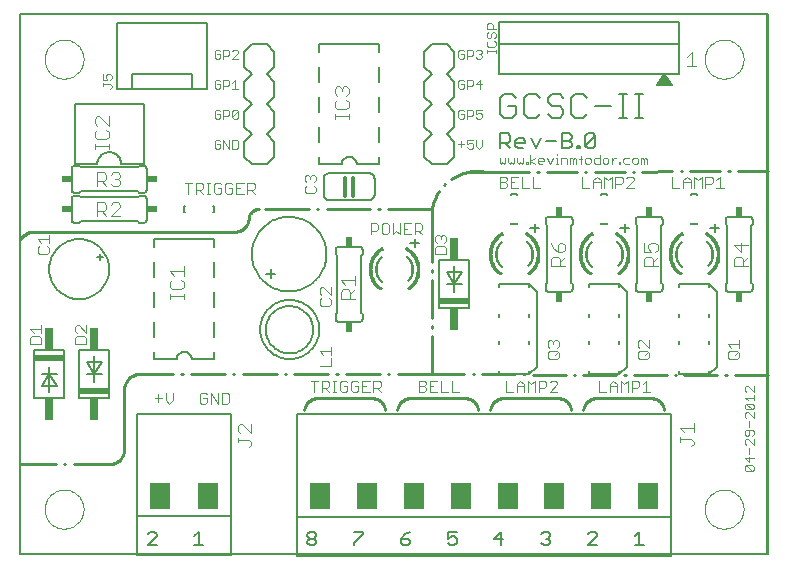
<source format=gto>
G75*
G70*
%OFA0B0*%
%FSLAX24Y24*%
%IPPOS*%
%LPD*%
%AMOC8*
5,1,8,0,0,1.08239X$1,22.5*
%
%ADD10C,0.0080*%
%ADD11C,0.0070*%
%ADD12C,0.0030*%
%ADD13C,0.0060*%
%ADD14C,0.0100*%
%ADD15C,0.0050*%
%ADD16C,0.0000*%
%ADD17C,0.0120*%
%ADD18R,0.0240X0.0340*%
%ADD19C,0.0040*%
%ADD20C,0.0010*%
%ADD21R,0.0340X0.0240*%
%ADD22R,0.1000X0.0200*%
%ADD23R,0.0300X0.0750*%
%ADD24R,0.0670X0.0900*%
D10*
X006371Y004935D02*
X031291Y004935D01*
X031291Y010895D01*
X031291Y017695D01*
X031291Y022935D01*
X006371Y022935D01*
X006371Y019145D01*
X006371Y016395D01*
X006371Y015435D01*
X006371Y007935D01*
X006371Y004935D01*
X006371Y022931D01*
X031271Y022931D01*
X031271Y004935D01*
X006371Y004935D01*
X014081Y017935D02*
X013831Y018185D01*
X013831Y018685D01*
X014081Y018935D01*
X013831Y019185D01*
X013831Y019685D01*
X014081Y019935D01*
X013831Y020185D01*
X013831Y020685D01*
X014081Y020935D01*
X013831Y021185D01*
X013831Y021685D01*
X014081Y021935D01*
X014581Y021935D01*
X014831Y021685D01*
X014831Y021185D01*
X014581Y020935D01*
X014831Y020685D01*
X014831Y020185D01*
X014581Y019935D01*
X014831Y019685D01*
X014831Y019185D01*
X014581Y018935D01*
X014831Y018685D01*
X014831Y018185D01*
X014581Y017935D01*
X014081Y017935D01*
X019831Y018185D02*
X020081Y017935D01*
X020581Y017935D01*
X020831Y018185D01*
X020831Y018685D01*
X020581Y018935D01*
X020831Y019185D01*
X020831Y019685D01*
X020581Y019935D01*
X020831Y020185D01*
X020831Y020685D01*
X020581Y020935D01*
X020831Y021185D01*
X020831Y021685D01*
X020581Y021935D01*
X020081Y021935D01*
X019831Y021685D01*
X019831Y021185D01*
X020081Y020935D01*
X019831Y020685D01*
X019831Y020185D01*
X020081Y019935D01*
X019831Y019685D01*
X019831Y019185D01*
X020081Y018935D01*
X019831Y018685D01*
X019831Y018185D01*
D11*
X022366Y019602D02*
X022498Y019470D01*
X022761Y019470D01*
X022893Y019602D01*
X022893Y019865D01*
X022630Y019865D01*
X022893Y020129D02*
X022761Y020261D01*
X022498Y020261D01*
X022366Y020129D01*
X022366Y019602D01*
X023158Y019602D02*
X023290Y019470D01*
X023553Y019470D01*
X023685Y019602D01*
X023950Y019602D02*
X024082Y019470D01*
X024345Y019470D01*
X024477Y019602D01*
X024477Y019734D01*
X024345Y019865D01*
X024082Y019865D01*
X023950Y019997D01*
X023950Y020129D01*
X024082Y020261D01*
X024345Y020261D01*
X024477Y020129D01*
X024742Y020129D02*
X024742Y019602D01*
X024873Y019470D01*
X025137Y019470D01*
X025269Y019602D01*
X025533Y019865D02*
X026061Y019865D01*
X026325Y020261D02*
X026589Y020261D01*
X026457Y020261D02*
X026457Y019470D01*
X026325Y019470D02*
X026589Y019470D01*
X026853Y019470D02*
X027117Y019470D01*
X026985Y019470D02*
X026985Y020261D01*
X026853Y020261D02*
X027117Y020261D01*
X025269Y020129D02*
X025137Y020261D01*
X024873Y020261D01*
X024742Y020129D01*
X023685Y020129D02*
X023553Y020261D01*
X023290Y020261D01*
X023158Y020129D01*
X023158Y019602D01*
D12*
X024260Y018289D02*
X024260Y018240D01*
X024260Y018143D02*
X024260Y017950D01*
X024212Y017950D02*
X024309Y017950D01*
X024409Y017950D02*
X024409Y018143D01*
X024554Y018143D01*
X024602Y018095D01*
X024602Y017950D01*
X024703Y017950D02*
X024703Y018143D01*
X024752Y018143D01*
X024800Y018095D01*
X024848Y018143D01*
X024897Y018095D01*
X024897Y017950D01*
X024800Y017950D02*
X024800Y018095D01*
X024998Y018095D02*
X025095Y018095D01*
X025194Y018095D02*
X025194Y017998D01*
X025243Y017950D01*
X025339Y017950D01*
X025388Y017998D01*
X025388Y018095D01*
X025339Y018143D01*
X025243Y018143D01*
X025194Y018095D01*
X025095Y018240D02*
X025046Y018192D01*
X025046Y017950D01*
X025096Y017520D02*
X025096Y017150D01*
X025343Y017150D01*
X025464Y017150D02*
X025464Y017397D01*
X025588Y017520D01*
X025711Y017397D01*
X025711Y017150D01*
X025833Y017150D02*
X025833Y017520D01*
X025956Y017397D01*
X026079Y017520D01*
X026079Y017150D01*
X026201Y017150D02*
X026201Y017520D01*
X026386Y017520D01*
X026448Y017459D01*
X026448Y017335D01*
X026386Y017273D01*
X026201Y017273D01*
X026569Y017150D02*
X026816Y017397D01*
X026816Y017459D01*
X026754Y017520D01*
X026631Y017520D01*
X026569Y017459D01*
X026569Y017150D02*
X026816Y017150D01*
X026814Y017950D02*
X026766Y017998D01*
X026766Y018095D01*
X026814Y018143D01*
X026911Y018143D01*
X026959Y018095D01*
X026959Y017998D01*
X026911Y017950D01*
X026814Y017950D01*
X026665Y017950D02*
X026519Y017950D01*
X026471Y017998D01*
X026471Y018095D01*
X026519Y018143D01*
X026665Y018143D01*
X026372Y017998D02*
X026372Y017950D01*
X026324Y017950D01*
X026324Y017998D01*
X026372Y017998D01*
X026223Y018143D02*
X026175Y018143D01*
X026078Y018047D01*
X026078Y018143D02*
X026078Y017950D01*
X025977Y017998D02*
X025929Y017950D01*
X025832Y017950D01*
X025784Y017998D01*
X025784Y018095D01*
X025832Y018143D01*
X025929Y018143D01*
X025977Y018095D01*
X025977Y017998D01*
X025682Y017950D02*
X025537Y017950D01*
X025489Y017998D01*
X025489Y018095D01*
X025537Y018143D01*
X025682Y018143D01*
X025682Y018240D02*
X025682Y017950D01*
X025711Y017335D02*
X025464Y017335D01*
X024260Y018143D02*
X024212Y018143D01*
X024111Y018143D02*
X024014Y017950D01*
X023917Y018143D01*
X023816Y018095D02*
X023816Y018047D01*
X023623Y018047D01*
X023623Y018095D02*
X023671Y018143D01*
X023768Y018143D01*
X023816Y018095D01*
X023768Y017950D02*
X023671Y017950D01*
X023623Y017998D01*
X023623Y018095D01*
X023522Y018143D02*
X023377Y018047D01*
X023522Y017950D01*
X023377Y017950D02*
X023377Y018240D01*
X023278Y017998D02*
X023278Y017950D01*
X023230Y017950D01*
X023230Y017998D01*
X023278Y017998D01*
X023129Y017998D02*
X023129Y018143D01*
X023129Y017998D02*
X023080Y017950D01*
X023032Y017998D01*
X022984Y017950D01*
X022935Y017998D01*
X022935Y018143D01*
X022834Y018143D02*
X022834Y017998D01*
X022786Y017950D01*
X022737Y017998D01*
X022689Y017950D01*
X022641Y017998D01*
X022641Y018143D01*
X022539Y018143D02*
X022539Y017998D01*
X022491Y017950D01*
X022443Y017998D01*
X022394Y017950D01*
X022346Y017998D01*
X022346Y018143D01*
X022346Y017520D02*
X022531Y017520D01*
X022593Y017459D01*
X022593Y017397D01*
X022531Y017335D01*
X022346Y017335D01*
X022346Y017150D02*
X022531Y017150D01*
X022593Y017212D01*
X022593Y017273D01*
X022531Y017335D01*
X022714Y017335D02*
X022838Y017335D01*
X022714Y017150D02*
X022961Y017150D01*
X023083Y017150D02*
X023083Y017520D01*
X022961Y017520D02*
X022714Y017520D01*
X022714Y017150D01*
X023083Y017150D02*
X023329Y017150D01*
X023451Y017150D02*
X023451Y017520D01*
X023451Y017150D02*
X023698Y017150D01*
X022346Y017150D02*
X022346Y017520D01*
X021657Y018450D02*
X021754Y018547D01*
X021754Y018740D01*
X021560Y018740D02*
X021560Y018547D01*
X021657Y018450D01*
X021459Y018498D02*
X021411Y018450D01*
X021314Y018450D01*
X021266Y018498D01*
X021266Y018595D02*
X021362Y018643D01*
X021411Y018643D01*
X021459Y018595D01*
X021459Y018498D01*
X021266Y018595D02*
X021266Y018740D01*
X021459Y018740D01*
X021164Y018595D02*
X020971Y018595D01*
X021068Y018692D02*
X021068Y018498D01*
X021116Y019450D02*
X021164Y019498D01*
X021164Y019595D01*
X021068Y019595D01*
X021164Y019692D02*
X021116Y019740D01*
X021019Y019740D01*
X020971Y019692D01*
X020971Y019498D01*
X021019Y019450D01*
X021116Y019450D01*
X021266Y019450D02*
X021266Y019740D01*
X021411Y019740D01*
X021459Y019692D01*
X021459Y019595D01*
X021411Y019547D01*
X021266Y019547D01*
X021560Y019595D02*
X021657Y019643D01*
X021705Y019643D01*
X021754Y019595D01*
X021754Y019498D01*
X021705Y019450D01*
X021609Y019450D01*
X021560Y019498D01*
X021560Y019595D02*
X021560Y019740D01*
X021754Y019740D01*
X021705Y020450D02*
X021705Y020740D01*
X021560Y020595D01*
X021754Y020595D01*
X021459Y020595D02*
X021411Y020547D01*
X021266Y020547D01*
X021266Y020450D02*
X021266Y020740D01*
X021411Y020740D01*
X021459Y020692D01*
X021459Y020595D01*
X021164Y020595D02*
X021068Y020595D01*
X021164Y020595D02*
X021164Y020498D01*
X021116Y020450D01*
X021019Y020450D01*
X020971Y020498D01*
X020971Y020692D01*
X021019Y020740D01*
X021116Y020740D01*
X021164Y020692D01*
X021116Y021450D02*
X021164Y021498D01*
X021164Y021595D01*
X021068Y021595D01*
X021164Y021692D02*
X021116Y021740D01*
X021019Y021740D01*
X020971Y021692D01*
X020971Y021498D01*
X021019Y021450D01*
X021116Y021450D01*
X021266Y021450D02*
X021266Y021740D01*
X021411Y021740D01*
X021459Y021692D01*
X021459Y021595D01*
X021411Y021547D01*
X021266Y021547D01*
X021560Y021498D02*
X021609Y021450D01*
X021705Y021450D01*
X021754Y021498D01*
X021754Y021547D01*
X021705Y021595D01*
X021657Y021595D01*
X021705Y021595D02*
X021754Y021643D01*
X021754Y021692D01*
X021705Y021740D01*
X021609Y021740D01*
X021560Y021692D01*
X021926Y021698D02*
X022216Y021698D01*
X022216Y021650D02*
X022216Y021747D01*
X022168Y021846D02*
X022216Y021895D01*
X022216Y021992D01*
X022168Y022040D01*
X022168Y022141D02*
X022216Y022189D01*
X022216Y022286D01*
X022168Y022335D01*
X022119Y022335D01*
X022071Y022286D01*
X022071Y022189D01*
X022022Y022141D01*
X021974Y022141D01*
X021926Y022189D01*
X021926Y022286D01*
X021974Y022335D01*
X021926Y022436D02*
X021926Y022581D01*
X021974Y022629D01*
X022071Y022629D01*
X022119Y022581D01*
X022119Y022436D01*
X022216Y022436D02*
X021926Y022436D01*
X021974Y022040D02*
X021926Y021992D01*
X021926Y021895D01*
X021974Y021846D01*
X022168Y021846D01*
X021926Y021747D02*
X021926Y021650D01*
X027060Y018143D02*
X027060Y017950D01*
X027157Y017950D02*
X027157Y018095D01*
X027206Y018143D01*
X027254Y018095D01*
X027254Y017950D01*
X027157Y018095D02*
X027109Y018143D01*
X027060Y018143D01*
X028096Y017520D02*
X028096Y017150D01*
X028343Y017150D01*
X028464Y017150D02*
X028464Y017397D01*
X028588Y017520D01*
X028711Y017397D01*
X028711Y017150D01*
X028833Y017150D02*
X028833Y017520D01*
X028956Y017397D01*
X029079Y017520D01*
X029079Y017150D01*
X029201Y017150D02*
X029201Y017520D01*
X029386Y017520D01*
X029448Y017459D01*
X029448Y017335D01*
X029386Y017273D01*
X029201Y017273D01*
X029569Y017150D02*
X029816Y017150D01*
X029693Y017150D02*
X029693Y017520D01*
X029569Y017397D01*
X028711Y017335D02*
X028464Y017335D01*
X027316Y012065D02*
X027316Y011818D01*
X027069Y012065D01*
X027007Y012065D01*
X026946Y012003D01*
X026946Y011880D01*
X027007Y011818D01*
X027007Y011697D02*
X027254Y011697D01*
X027316Y011635D01*
X027316Y011512D01*
X027254Y011450D01*
X027007Y011450D01*
X026946Y011512D01*
X026946Y011635D01*
X027007Y011697D01*
X027193Y011573D02*
X027316Y011697D01*
X027243Y010720D02*
X027243Y010350D01*
X027366Y010350D02*
X027119Y010350D01*
X026936Y010473D02*
X026998Y010535D01*
X026998Y010659D01*
X026936Y010720D01*
X026751Y010720D01*
X026751Y010350D01*
X026629Y010350D02*
X026629Y010720D01*
X026506Y010597D01*
X026383Y010720D01*
X026383Y010350D01*
X026261Y010350D02*
X026261Y010597D01*
X026138Y010720D01*
X026014Y010597D01*
X026014Y010350D01*
X025893Y010350D02*
X025646Y010350D01*
X025646Y010720D01*
X026014Y010535D02*
X026261Y010535D01*
X026751Y010473D02*
X026936Y010473D01*
X027119Y010597D02*
X027243Y010720D01*
X029946Y011512D02*
X029946Y011635D01*
X030007Y011697D01*
X030254Y011697D01*
X030316Y011635D01*
X030316Y011512D01*
X030254Y011450D01*
X030007Y011450D01*
X029946Y011512D01*
X030193Y011573D02*
X030316Y011697D01*
X030316Y011818D02*
X030316Y012065D01*
X030316Y011942D02*
X029946Y011942D01*
X030069Y011818D01*
X030574Y010545D02*
X030526Y010497D01*
X030526Y010400D01*
X030574Y010352D01*
X030574Y010545D02*
X030622Y010545D01*
X030816Y010352D01*
X030816Y010545D01*
X030816Y010251D02*
X030816Y010057D01*
X030816Y010154D02*
X030526Y010154D01*
X030622Y010057D01*
X030574Y009956D02*
X030768Y009956D01*
X030816Y009908D01*
X030816Y009811D01*
X030768Y009763D01*
X030574Y009956D01*
X030526Y009908D01*
X030526Y009811D01*
X030574Y009763D01*
X030768Y009763D01*
X030816Y009661D02*
X030816Y009468D01*
X030622Y009661D01*
X030574Y009661D01*
X030526Y009613D01*
X030526Y009516D01*
X030574Y009468D01*
X030671Y009367D02*
X030671Y009173D01*
X030671Y009072D02*
X030671Y008927D01*
X030622Y008879D01*
X030574Y008879D01*
X030526Y008927D01*
X030526Y009024D01*
X030574Y009072D01*
X030768Y009072D01*
X030816Y009024D01*
X030816Y008927D01*
X030768Y008879D01*
X030816Y008777D02*
X030816Y008584D01*
X030622Y008777D01*
X030574Y008777D01*
X030526Y008729D01*
X030526Y008632D01*
X030574Y008584D01*
X030671Y008483D02*
X030671Y008289D01*
X030671Y008188D02*
X030671Y007995D01*
X030526Y008140D01*
X030816Y008140D01*
X030768Y007893D02*
X030574Y007893D01*
X030768Y007700D01*
X030816Y007748D01*
X030816Y007845D01*
X030768Y007893D01*
X030768Y007700D02*
X030574Y007700D01*
X030526Y007748D01*
X030526Y007845D01*
X030574Y007893D01*
X024316Y011512D02*
X024254Y011450D01*
X024007Y011450D01*
X023946Y011512D01*
X023946Y011635D01*
X024007Y011697D01*
X024254Y011697D01*
X024316Y011635D01*
X024316Y011512D01*
X024193Y011573D02*
X024316Y011697D01*
X024254Y011818D02*
X024316Y011880D01*
X024316Y012003D01*
X024254Y012065D01*
X024193Y012065D01*
X024131Y012003D01*
X024131Y011942D01*
X024131Y012003D02*
X024069Y012065D01*
X024007Y012065D01*
X023946Y012003D01*
X023946Y011880D01*
X024007Y011818D01*
X024081Y010720D02*
X024019Y010659D01*
X024081Y010720D02*
X024204Y010720D01*
X024266Y010659D01*
X024266Y010597D01*
X024019Y010350D01*
X024266Y010350D01*
X023898Y010535D02*
X023836Y010473D01*
X023651Y010473D01*
X023651Y010350D02*
X023651Y010720D01*
X023836Y010720D01*
X023898Y010659D01*
X023898Y010535D01*
X023529Y010720D02*
X023529Y010350D01*
X023283Y010350D02*
X023283Y010720D01*
X023406Y010597D01*
X023529Y010720D01*
X023161Y010597D02*
X023161Y010350D01*
X023161Y010535D02*
X022914Y010535D01*
X022914Y010597D02*
X023038Y010720D01*
X023161Y010597D01*
X022914Y010597D02*
X022914Y010350D01*
X022793Y010350D02*
X022546Y010350D01*
X022546Y010720D01*
X020998Y010350D02*
X020751Y010350D01*
X020751Y010720D01*
X020383Y010720D02*
X020383Y010350D01*
X020629Y010350D01*
X020261Y010350D02*
X020014Y010350D01*
X020014Y010720D01*
X020261Y010720D01*
X020138Y010535D02*
X020014Y010535D01*
X019893Y010473D02*
X019893Y010412D01*
X019831Y010350D01*
X019646Y010350D01*
X019646Y010720D01*
X019831Y010720D01*
X019893Y010659D01*
X019893Y010597D01*
X019831Y010535D01*
X019646Y010535D01*
X019831Y010535D02*
X019893Y010473D01*
X018380Y010535D02*
X018318Y010473D01*
X018133Y010473D01*
X018133Y010350D02*
X018133Y010720D01*
X018318Y010720D01*
X018380Y010659D01*
X018380Y010535D01*
X018257Y010473D02*
X018380Y010350D01*
X018012Y010350D02*
X017765Y010350D01*
X017765Y010720D01*
X018012Y010720D01*
X017888Y010535D02*
X017765Y010535D01*
X017643Y010535D02*
X017643Y010412D01*
X017582Y010350D01*
X017458Y010350D01*
X017396Y010412D01*
X017396Y010659D01*
X017458Y010720D01*
X017582Y010720D01*
X017643Y010659D01*
X017643Y010535D02*
X017520Y010535D01*
X017275Y010535D02*
X017275Y010412D01*
X017213Y010350D01*
X017090Y010350D01*
X017028Y010412D01*
X017028Y010659D01*
X017090Y010720D01*
X017213Y010720D01*
X017275Y010659D01*
X017275Y010535D02*
X017152Y010535D01*
X016906Y010350D02*
X016783Y010350D01*
X016844Y010350D02*
X016844Y010720D01*
X016783Y010720D02*
X016906Y010720D01*
X016661Y010659D02*
X016661Y010535D01*
X016599Y010473D01*
X016414Y010473D01*
X016414Y010350D02*
X016414Y010720D01*
X016599Y010720D01*
X016661Y010659D01*
X016538Y010473D02*
X016661Y010350D01*
X016169Y010350D02*
X016169Y010720D01*
X016046Y010720D02*
X016293Y010720D01*
X016346Y011213D02*
X016716Y011213D01*
X016716Y011460D01*
X016716Y011582D02*
X016716Y011829D01*
X016716Y011705D02*
X016346Y011705D01*
X016469Y011582D01*
X016407Y013213D02*
X016346Y013275D01*
X016346Y013399D01*
X016407Y013460D01*
X016407Y013582D02*
X016346Y013643D01*
X016346Y013767D01*
X016407Y013829D01*
X016469Y013829D01*
X016716Y013582D01*
X016716Y013829D01*
X016654Y013460D02*
X016716Y013399D01*
X016716Y013275D01*
X016654Y013213D01*
X016407Y013213D01*
X018046Y015600D02*
X018046Y015970D01*
X018231Y015970D01*
X018293Y015909D01*
X018293Y015785D01*
X018231Y015723D01*
X018046Y015723D01*
X018414Y015662D02*
X018414Y015909D01*
X018476Y015970D01*
X018599Y015970D01*
X018661Y015909D01*
X018661Y015662D01*
X018599Y015600D01*
X018476Y015600D01*
X018414Y015662D01*
X018783Y015600D02*
X018783Y015970D01*
X019029Y015970D02*
X019029Y015600D01*
X018906Y015723D01*
X018783Y015600D01*
X019151Y015600D02*
X019151Y015970D01*
X019398Y015970D01*
X019519Y015970D02*
X019704Y015970D01*
X019766Y015909D01*
X019766Y015785D01*
X019704Y015723D01*
X019519Y015723D01*
X019519Y015600D02*
X019519Y015970D01*
X019643Y015723D02*
X019766Y015600D01*
X019398Y015600D02*
X019151Y015600D01*
X019151Y015785D02*
X019274Y015785D01*
X020196Y015503D02*
X020196Y015380D01*
X020257Y015318D01*
X020257Y015197D02*
X020196Y015135D01*
X020196Y014950D01*
X020566Y014950D01*
X020566Y015135D01*
X020504Y015197D01*
X020257Y015197D01*
X020381Y015442D02*
X020381Y015503D01*
X020443Y015565D01*
X020504Y015565D01*
X020566Y015503D01*
X020566Y015380D01*
X020504Y015318D01*
X020381Y015503D02*
X020319Y015565D01*
X020257Y015565D01*
X020196Y015503D01*
X016216Y017025D02*
X016216Y017149D01*
X016154Y017210D01*
X016154Y017332D02*
X016216Y017393D01*
X016216Y017517D01*
X016154Y017579D01*
X016093Y017579D01*
X016031Y017517D01*
X016031Y017455D01*
X016031Y017517D02*
X015969Y017579D01*
X015907Y017579D01*
X015846Y017517D01*
X015846Y017393D01*
X015907Y017332D01*
X015907Y017210D02*
X015846Y017149D01*
X015846Y017025D01*
X015907Y016963D01*
X016154Y016963D01*
X016216Y017025D01*
X014180Y016950D02*
X014057Y017073D01*
X014118Y017073D02*
X013933Y017073D01*
X013933Y016950D02*
X013933Y017320D01*
X014118Y017320D01*
X014180Y017259D01*
X014180Y017135D01*
X014118Y017073D01*
X013812Y016950D02*
X013565Y016950D01*
X013565Y017320D01*
X013812Y017320D01*
X013688Y017135D02*
X013565Y017135D01*
X013443Y017135D02*
X013443Y017012D01*
X013382Y016950D01*
X013258Y016950D01*
X013196Y017012D01*
X013196Y017259D01*
X013258Y017320D01*
X013382Y017320D01*
X013443Y017259D01*
X013443Y017135D02*
X013320Y017135D01*
X013075Y017135D02*
X013075Y017012D01*
X013013Y016950D01*
X012890Y016950D01*
X012828Y017012D01*
X012828Y017259D01*
X012890Y017320D01*
X013013Y017320D01*
X013075Y017259D01*
X013075Y017135D02*
X012952Y017135D01*
X012706Y016950D02*
X012583Y016950D01*
X012644Y016950D02*
X012644Y017320D01*
X012583Y017320D02*
X012706Y017320D01*
X012461Y017259D02*
X012461Y017135D01*
X012399Y017073D01*
X012214Y017073D01*
X012214Y016950D02*
X012214Y017320D01*
X012399Y017320D01*
X012461Y017259D01*
X012338Y017073D02*
X012461Y016950D01*
X012093Y017320D02*
X011846Y017320D01*
X011969Y017320D02*
X011969Y016950D01*
X012894Y018450D02*
X012991Y018450D01*
X013039Y018498D01*
X013039Y018595D01*
X012943Y018595D01*
X013039Y018692D02*
X012991Y018740D01*
X012894Y018740D01*
X012846Y018692D01*
X012846Y018498D01*
X012894Y018450D01*
X013141Y018450D02*
X013141Y018740D01*
X013334Y018450D01*
X013334Y018740D01*
X013435Y018740D02*
X013580Y018740D01*
X013629Y018692D01*
X013629Y018498D01*
X013580Y018450D01*
X013435Y018450D01*
X013435Y018740D01*
X013484Y019450D02*
X013435Y019498D01*
X013629Y019692D01*
X013629Y019498D01*
X013580Y019450D01*
X013484Y019450D01*
X013435Y019498D02*
X013435Y019692D01*
X013484Y019740D01*
X013580Y019740D01*
X013629Y019692D01*
X013334Y019692D02*
X013334Y019595D01*
X013286Y019547D01*
X013141Y019547D01*
X013141Y019450D02*
X013141Y019740D01*
X013286Y019740D01*
X013334Y019692D01*
X013039Y019692D02*
X012991Y019740D01*
X012894Y019740D01*
X012846Y019692D01*
X012846Y019498D01*
X012894Y019450D01*
X012991Y019450D01*
X013039Y019498D01*
X013039Y019595D01*
X012943Y019595D01*
X012894Y020450D02*
X012991Y020450D01*
X013039Y020498D01*
X013039Y020595D01*
X012943Y020595D01*
X013039Y020692D02*
X012991Y020740D01*
X012894Y020740D01*
X012846Y020692D01*
X012846Y020498D01*
X012894Y020450D01*
X013141Y020450D02*
X013141Y020740D01*
X013286Y020740D01*
X013334Y020692D01*
X013334Y020595D01*
X013286Y020547D01*
X013141Y020547D01*
X013435Y020643D02*
X013532Y020740D01*
X013532Y020450D01*
X013435Y020450D02*
X013629Y020450D01*
X013629Y021450D02*
X013435Y021450D01*
X013629Y021643D01*
X013629Y021692D01*
X013580Y021740D01*
X013484Y021740D01*
X013435Y021692D01*
X013334Y021692D02*
X013334Y021595D01*
X013286Y021547D01*
X013141Y021547D01*
X013141Y021450D02*
X013141Y021740D01*
X013286Y021740D01*
X013334Y021692D01*
X013039Y021692D02*
X012991Y021740D01*
X012894Y021740D01*
X012846Y021692D01*
X012846Y021498D01*
X012894Y021450D01*
X012991Y021450D01*
X013039Y021498D01*
X013039Y021595D01*
X012943Y021595D01*
X009416Y020890D02*
X009416Y020793D01*
X009368Y020745D01*
X009271Y020745D02*
X009222Y020841D01*
X009222Y020890D01*
X009271Y020938D01*
X009368Y020938D01*
X009416Y020890D01*
X009271Y020745D02*
X009126Y020745D01*
X009126Y020938D01*
X009126Y020643D02*
X009126Y020547D01*
X009126Y020595D02*
X009368Y020595D01*
X009416Y020547D01*
X009416Y020498D01*
X009368Y020450D01*
X007316Y015565D02*
X007316Y015318D01*
X007316Y015442D02*
X006946Y015442D01*
X007069Y015318D01*
X007007Y015197D02*
X006946Y015135D01*
X006946Y015012D01*
X007007Y014950D01*
X007254Y014950D01*
X007316Y015012D01*
X007316Y015135D01*
X007254Y015197D01*
X007066Y012565D02*
X007066Y012318D01*
X007066Y012442D02*
X006696Y012442D01*
X006819Y012318D01*
X006757Y012197D02*
X006696Y012135D01*
X006696Y011950D01*
X007066Y011950D01*
X007066Y012135D01*
X007004Y012197D01*
X006757Y012197D01*
X008196Y012135D02*
X008196Y011950D01*
X008566Y011950D01*
X008566Y012135D01*
X008504Y012197D01*
X008257Y012197D01*
X008196Y012135D01*
X008257Y012318D02*
X008196Y012380D01*
X008196Y012503D01*
X008257Y012565D01*
X008319Y012565D01*
X008566Y012318D01*
X008566Y012565D01*
X010969Y010259D02*
X010969Y010012D01*
X010846Y010135D02*
X011093Y010135D01*
X011214Y010073D02*
X011338Y009950D01*
X011461Y010073D01*
X011461Y010320D01*
X011214Y010320D02*
X011214Y010073D01*
X012346Y010012D02*
X012408Y009950D01*
X012531Y009950D01*
X012593Y010012D01*
X012593Y010135D01*
X012469Y010135D01*
X012346Y010012D02*
X012346Y010259D01*
X012408Y010320D01*
X012531Y010320D01*
X012593Y010259D01*
X012714Y010320D02*
X012714Y009950D01*
X012961Y009950D02*
X012714Y010320D01*
X012961Y010320D02*
X012961Y009950D01*
X013083Y009950D02*
X013268Y009950D01*
X013329Y010012D01*
X013329Y010259D01*
X013268Y010320D01*
X013083Y010320D01*
X013083Y009950D01*
D13*
X012831Y011435D02*
X012081Y011435D01*
X012079Y011465D01*
X012074Y011495D01*
X012065Y011524D01*
X012052Y011551D01*
X012037Y011577D01*
X012018Y011601D01*
X011997Y011622D01*
X011973Y011641D01*
X011947Y011656D01*
X011920Y011669D01*
X011891Y011678D01*
X011861Y011683D01*
X011831Y011685D01*
X011801Y011683D01*
X011771Y011678D01*
X011742Y011669D01*
X011715Y011656D01*
X011689Y011641D01*
X011665Y011622D01*
X011644Y011601D01*
X011625Y011577D01*
X011610Y011551D01*
X011597Y011524D01*
X011588Y011495D01*
X011583Y011465D01*
X011581Y011435D01*
X010831Y011435D01*
X010831Y011685D01*
X010831Y012185D02*
X010831Y012685D01*
X010831Y013185D02*
X010831Y013685D01*
X010831Y014185D02*
X010831Y014685D01*
X010831Y015185D02*
X010831Y015435D01*
X012831Y015435D01*
X012831Y015185D01*
X012831Y014685D02*
X012831Y014185D01*
X012831Y013685D02*
X012831Y013185D01*
X012831Y012685D02*
X012831Y012185D01*
X012831Y011685D02*
X012831Y011435D01*
X014713Y014135D02*
X014713Y014285D01*
X014563Y014285D01*
X014713Y014285D02*
X014713Y014435D01*
X014713Y014285D02*
X014863Y014285D01*
X014091Y014935D02*
X014093Y015005D01*
X014099Y015075D01*
X014109Y015145D01*
X014123Y015213D01*
X014140Y015281D01*
X014162Y015348D01*
X014187Y015414D01*
X014216Y015478D01*
X014248Y015540D01*
X014284Y015600D01*
X014324Y015658D01*
X014366Y015714D01*
X014412Y015767D01*
X014460Y015818D01*
X014512Y015866D01*
X014566Y015911D01*
X014622Y015952D01*
X014681Y015991D01*
X014742Y016026D01*
X014804Y016058D01*
X014869Y016086D01*
X014934Y016110D01*
X015002Y016130D01*
X015070Y016147D01*
X015139Y016160D01*
X015208Y016169D01*
X015278Y016174D01*
X015349Y016175D01*
X015419Y016172D01*
X015489Y016165D01*
X015558Y016154D01*
X015626Y016139D01*
X015694Y016121D01*
X015761Y016098D01*
X015826Y016072D01*
X015889Y016042D01*
X015951Y016009D01*
X016011Y015972D01*
X016068Y015932D01*
X016124Y015889D01*
X016176Y015842D01*
X016226Y015793D01*
X016273Y015741D01*
X016317Y015686D01*
X016358Y015629D01*
X016396Y015570D01*
X016430Y015509D01*
X016461Y015446D01*
X016488Y015381D01*
X016511Y015315D01*
X016531Y015247D01*
X016547Y015179D01*
X016559Y015110D01*
X016567Y015040D01*
X016571Y014970D01*
X016571Y014900D01*
X016567Y014830D01*
X016559Y014760D01*
X016547Y014691D01*
X016531Y014623D01*
X016511Y014555D01*
X016488Y014489D01*
X016461Y014424D01*
X016430Y014361D01*
X016396Y014300D01*
X016358Y014241D01*
X016317Y014184D01*
X016273Y014129D01*
X016226Y014077D01*
X016176Y014028D01*
X016124Y013981D01*
X016068Y013938D01*
X016011Y013898D01*
X015951Y013861D01*
X015889Y013828D01*
X015826Y013798D01*
X015761Y013772D01*
X015694Y013749D01*
X015626Y013731D01*
X015558Y013716D01*
X015489Y013705D01*
X015419Y013698D01*
X015349Y013695D01*
X015278Y013696D01*
X015208Y013701D01*
X015139Y013710D01*
X015070Y013723D01*
X015002Y013740D01*
X014934Y013760D01*
X014869Y013784D01*
X014804Y013812D01*
X014742Y013844D01*
X014681Y013879D01*
X014622Y013918D01*
X014566Y013959D01*
X014512Y014004D01*
X014460Y014052D01*
X014412Y014103D01*
X014366Y014156D01*
X014324Y014212D01*
X014284Y014270D01*
X014248Y014330D01*
X014216Y014392D01*
X014187Y014456D01*
X014162Y014522D01*
X014140Y014589D01*
X014123Y014657D01*
X014109Y014725D01*
X014099Y014795D01*
X014093Y014865D01*
X014091Y014935D01*
X012831Y016335D02*
X012806Y016335D01*
X012831Y016335D02*
X012831Y016535D01*
X012806Y016535D01*
X011856Y016535D02*
X011831Y016535D01*
X011831Y016335D01*
X011856Y016335D01*
X010581Y016085D02*
X010581Y016785D01*
X010579Y016802D01*
X010575Y016819D01*
X010568Y016835D01*
X010558Y016849D01*
X010545Y016862D01*
X010531Y016872D01*
X010515Y016879D01*
X010498Y016883D01*
X010481Y016885D01*
X010331Y016885D01*
X010281Y016835D01*
X008381Y016835D01*
X008331Y016885D01*
X008181Y016885D01*
X008164Y016883D01*
X008147Y016879D01*
X008131Y016872D01*
X008117Y016862D01*
X008104Y016849D01*
X008094Y016835D01*
X008087Y016819D01*
X008083Y016802D01*
X008081Y016785D01*
X008081Y016085D01*
X008083Y016068D01*
X008087Y016051D01*
X008094Y016035D01*
X008104Y016021D01*
X008117Y016008D01*
X008131Y015998D01*
X008147Y015991D01*
X008164Y015987D01*
X008181Y015985D01*
X008331Y015985D01*
X008381Y016035D01*
X010281Y016035D01*
X010331Y015985D01*
X010481Y015985D01*
X010498Y015987D01*
X010515Y015991D01*
X010531Y015998D01*
X010545Y016008D01*
X010558Y016021D01*
X010568Y016035D01*
X010575Y016051D01*
X010579Y016068D01*
X010581Y016085D01*
X010481Y016985D02*
X010331Y016985D01*
X010281Y017035D01*
X008381Y017035D01*
X008331Y016985D01*
X008181Y016985D01*
X008164Y016987D01*
X008147Y016991D01*
X008131Y016998D01*
X008117Y017008D01*
X008104Y017021D01*
X008094Y017035D01*
X008087Y017051D01*
X008083Y017068D01*
X008081Y017085D01*
X008081Y017785D01*
X008083Y017802D01*
X008087Y017819D01*
X008094Y017835D01*
X008104Y017849D01*
X008117Y017862D01*
X008131Y017872D01*
X008147Y017879D01*
X008164Y017883D01*
X008181Y017885D01*
X008331Y017885D01*
X008381Y017835D01*
X010281Y017835D01*
X010331Y017885D01*
X010481Y017885D01*
X010481Y017935D02*
X009731Y017935D01*
X009729Y017974D01*
X009723Y018013D01*
X009714Y018051D01*
X009701Y018088D01*
X009684Y018124D01*
X009664Y018157D01*
X009640Y018189D01*
X009614Y018218D01*
X009585Y018244D01*
X009553Y018268D01*
X009520Y018288D01*
X009484Y018305D01*
X009447Y018318D01*
X009409Y018327D01*
X009370Y018333D01*
X009331Y018335D01*
X009292Y018333D01*
X009253Y018327D01*
X009215Y018318D01*
X009178Y018305D01*
X009142Y018288D01*
X009109Y018268D01*
X009077Y018244D01*
X009048Y018218D01*
X009022Y018189D01*
X008998Y018157D01*
X008978Y018124D01*
X008961Y018088D01*
X008948Y018051D01*
X008939Y018013D01*
X008933Y017974D01*
X008931Y017935D01*
X008181Y017935D01*
X008181Y019935D01*
X010481Y019935D01*
X010481Y017935D01*
X010481Y017885D02*
X010498Y017883D01*
X010515Y017879D01*
X010531Y017872D01*
X010545Y017862D01*
X010558Y017849D01*
X010568Y017835D01*
X010575Y017819D01*
X010579Y017802D01*
X010581Y017785D01*
X010581Y017085D01*
X010579Y017068D01*
X010575Y017051D01*
X010568Y017035D01*
X010558Y017021D01*
X010545Y017008D01*
X010531Y016998D01*
X010515Y016991D01*
X010498Y016987D01*
X010481Y016985D01*
X009031Y014935D02*
X009031Y014735D01*
X008931Y014835D02*
X009131Y014835D01*
X007331Y014435D02*
X007333Y014498D01*
X007339Y014560D01*
X007349Y014622D01*
X007362Y014684D01*
X007380Y014744D01*
X007401Y014803D01*
X007426Y014861D01*
X007455Y014917D01*
X007487Y014971D01*
X007522Y015023D01*
X007560Y015072D01*
X007602Y015120D01*
X007646Y015164D01*
X007694Y015206D01*
X007743Y015244D01*
X007795Y015279D01*
X007849Y015311D01*
X007905Y015340D01*
X007963Y015365D01*
X008022Y015386D01*
X008082Y015404D01*
X008144Y015417D01*
X008206Y015427D01*
X008268Y015433D01*
X008331Y015435D01*
X008394Y015433D01*
X008456Y015427D01*
X008518Y015417D01*
X008580Y015404D01*
X008640Y015386D01*
X008699Y015365D01*
X008757Y015340D01*
X008813Y015311D01*
X008867Y015279D01*
X008919Y015244D01*
X008968Y015206D01*
X009016Y015164D01*
X009060Y015120D01*
X009102Y015072D01*
X009140Y015023D01*
X009175Y014971D01*
X009207Y014917D01*
X009236Y014861D01*
X009261Y014803D01*
X009282Y014744D01*
X009300Y014684D01*
X009313Y014622D01*
X009323Y014560D01*
X009329Y014498D01*
X009331Y014435D01*
X009329Y014372D01*
X009323Y014310D01*
X009313Y014248D01*
X009300Y014186D01*
X009282Y014126D01*
X009261Y014067D01*
X009236Y014009D01*
X009207Y013953D01*
X009175Y013899D01*
X009140Y013847D01*
X009102Y013798D01*
X009060Y013750D01*
X009016Y013706D01*
X008968Y013664D01*
X008919Y013626D01*
X008867Y013591D01*
X008813Y013559D01*
X008757Y013530D01*
X008699Y013505D01*
X008640Y013484D01*
X008580Y013466D01*
X008518Y013453D01*
X008456Y013443D01*
X008394Y013437D01*
X008331Y013435D01*
X008268Y013437D01*
X008206Y013443D01*
X008144Y013453D01*
X008082Y013466D01*
X008022Y013484D01*
X007963Y013505D01*
X007905Y013530D01*
X007849Y013559D01*
X007795Y013591D01*
X007743Y013626D01*
X007694Y013664D01*
X007646Y013706D01*
X007602Y013750D01*
X007560Y013798D01*
X007522Y013847D01*
X007487Y013899D01*
X007455Y013953D01*
X007426Y014009D01*
X007401Y014067D01*
X007380Y014126D01*
X007362Y014186D01*
X007349Y014248D01*
X007339Y014310D01*
X007333Y014372D01*
X007331Y014435D01*
X007831Y011735D02*
X006831Y011735D01*
X006831Y010135D01*
X007831Y010135D01*
X007831Y011735D01*
X007331Y011185D02*
X007331Y010935D01*
X007081Y010935D01*
X007331Y010935D02*
X007081Y010535D01*
X007581Y010535D01*
X007331Y010935D01*
X007581Y010935D01*
X007331Y010935D02*
X007331Y010335D01*
X008331Y010135D02*
X009331Y010135D01*
X009331Y011735D01*
X008331Y011735D01*
X008331Y010135D01*
X008831Y010685D02*
X008831Y010935D01*
X009081Y010935D01*
X008831Y010935D02*
X008581Y010935D01*
X008831Y010935D02*
X008581Y011335D01*
X009081Y011335D01*
X008831Y010935D01*
X008831Y011535D01*
X016331Y017935D02*
X016331Y018185D01*
X016331Y017935D02*
X017081Y017935D01*
X017083Y017965D01*
X017088Y017995D01*
X017097Y018024D01*
X017110Y018051D01*
X017125Y018077D01*
X017144Y018101D01*
X017165Y018122D01*
X017189Y018141D01*
X017215Y018156D01*
X017242Y018169D01*
X017271Y018178D01*
X017301Y018183D01*
X017331Y018185D01*
X017361Y018183D01*
X017391Y018178D01*
X017420Y018169D01*
X017447Y018156D01*
X017473Y018141D01*
X017497Y018122D01*
X017518Y018101D01*
X017537Y018077D01*
X017552Y018051D01*
X017565Y018024D01*
X017574Y017995D01*
X017579Y017965D01*
X017581Y017935D01*
X018331Y017935D01*
X018331Y018185D01*
X018331Y018685D02*
X018331Y019185D01*
X018331Y019685D02*
X018331Y020185D01*
X018331Y020685D02*
X018331Y021185D01*
X018331Y021685D02*
X018331Y021935D01*
X016331Y021935D01*
X016331Y021685D01*
X016331Y021185D02*
X016331Y020685D01*
X016331Y020185D02*
X016331Y019685D01*
X016331Y019185D02*
X016331Y018685D01*
X016681Y017635D02*
X017981Y017635D01*
X018007Y017633D01*
X018033Y017628D01*
X018058Y017620D01*
X018081Y017608D01*
X018103Y017594D01*
X018122Y017576D01*
X018140Y017557D01*
X018154Y017535D01*
X018166Y017512D01*
X018174Y017487D01*
X018179Y017461D01*
X018181Y017435D01*
X018181Y016935D01*
X018179Y016909D01*
X018174Y016883D01*
X018166Y016858D01*
X018154Y016835D01*
X018140Y016813D01*
X018122Y016794D01*
X018103Y016776D01*
X018081Y016762D01*
X018058Y016750D01*
X018033Y016742D01*
X018007Y016737D01*
X017981Y016735D01*
X016681Y016735D01*
X016655Y016737D01*
X016629Y016742D01*
X016604Y016750D01*
X016581Y016762D01*
X016559Y016776D01*
X016540Y016794D01*
X016522Y016813D01*
X016508Y016835D01*
X016496Y016858D01*
X016488Y016883D01*
X016483Y016909D01*
X016481Y016935D01*
X016481Y017435D01*
X016483Y017461D01*
X016488Y017487D01*
X016496Y017512D01*
X016508Y017535D01*
X016522Y017557D01*
X016540Y017576D01*
X016559Y017594D01*
X016581Y017608D01*
X016604Y017620D01*
X016629Y017628D01*
X016655Y017633D01*
X016681Y017635D01*
X016981Y015185D02*
X017681Y015185D01*
X017698Y015183D01*
X017715Y015179D01*
X017731Y015172D01*
X017745Y015162D01*
X017758Y015149D01*
X017768Y015135D01*
X017775Y015119D01*
X017779Y015102D01*
X017781Y015085D01*
X017781Y014935D01*
X017731Y014885D01*
X017731Y012985D01*
X017781Y012935D01*
X017781Y012785D01*
X017779Y012768D01*
X017775Y012751D01*
X017768Y012735D01*
X017758Y012721D01*
X017745Y012708D01*
X017731Y012698D01*
X017715Y012691D01*
X017698Y012687D01*
X017681Y012685D01*
X016981Y012685D01*
X016964Y012687D01*
X016947Y012691D01*
X016931Y012698D01*
X016917Y012708D01*
X016904Y012721D01*
X016894Y012735D01*
X016887Y012751D01*
X016883Y012768D01*
X016881Y012785D01*
X016881Y012935D01*
X016931Y012985D01*
X016931Y014885D01*
X016881Y014935D01*
X016881Y015085D01*
X016883Y015102D01*
X016887Y015119D01*
X016894Y015135D01*
X016904Y015149D01*
X016917Y015162D01*
X016931Y015172D01*
X016947Y015179D01*
X016964Y015183D01*
X016981Y015185D01*
X020331Y014735D02*
X020331Y013135D01*
X021331Y013135D01*
X021331Y014735D01*
X020331Y014735D01*
X020581Y014335D02*
X020831Y013935D01*
X021081Y013935D01*
X020831Y013935D02*
X020581Y013935D01*
X020831Y013935D02*
X020831Y014535D01*
X021081Y014335D02*
X020831Y013935D01*
X020831Y013685D01*
X020581Y014335D02*
X021081Y014335D01*
X022731Y015935D02*
X022731Y015960D01*
X022731Y015935D02*
X022931Y015935D01*
X022931Y015960D01*
X022931Y016910D02*
X022931Y016935D01*
X022731Y016935D01*
X022731Y016910D01*
X023881Y016085D02*
X023881Y015935D01*
X023931Y015885D01*
X023931Y013985D01*
X023881Y013935D01*
X023881Y013785D01*
X023883Y013768D01*
X023887Y013751D01*
X023894Y013735D01*
X023904Y013721D01*
X023917Y013708D01*
X023931Y013698D01*
X023947Y013691D01*
X023964Y013687D01*
X023981Y013685D01*
X024681Y013685D01*
X024698Y013687D01*
X024715Y013691D01*
X024731Y013698D01*
X024745Y013708D01*
X024758Y013721D01*
X024768Y013735D01*
X024775Y013751D01*
X024779Y013768D01*
X024781Y013785D01*
X024781Y013935D01*
X024731Y013985D01*
X024731Y015885D01*
X024781Y015935D01*
X024781Y016085D01*
X024779Y016102D01*
X024775Y016119D01*
X024768Y016135D01*
X024758Y016149D01*
X024745Y016162D01*
X024731Y016172D01*
X024715Y016179D01*
X024698Y016183D01*
X024681Y016185D01*
X023981Y016185D01*
X023964Y016183D01*
X023947Y016179D01*
X023931Y016172D01*
X023917Y016162D01*
X023904Y016149D01*
X023894Y016135D01*
X023887Y016119D01*
X023883Y016102D01*
X023881Y016085D01*
X025731Y015960D02*
X025731Y015935D01*
X025931Y015935D01*
X025931Y015960D01*
X025931Y016910D02*
X025931Y016935D01*
X025731Y016935D01*
X025731Y016910D01*
X026881Y016085D02*
X026881Y015935D01*
X026931Y015885D01*
X026931Y013985D01*
X026881Y013935D01*
X026881Y013785D01*
X026883Y013768D01*
X026887Y013751D01*
X026894Y013735D01*
X026904Y013721D01*
X026917Y013708D01*
X026931Y013698D01*
X026947Y013691D01*
X026964Y013687D01*
X026981Y013685D01*
X027681Y013685D01*
X027698Y013687D01*
X027715Y013691D01*
X027731Y013698D01*
X027745Y013708D01*
X027758Y013721D01*
X027768Y013735D01*
X027775Y013751D01*
X027779Y013768D01*
X027781Y013785D01*
X027781Y013935D01*
X027731Y013985D01*
X027731Y015885D01*
X027781Y015935D01*
X027781Y016085D01*
X027779Y016102D01*
X027775Y016119D01*
X027768Y016135D01*
X027758Y016149D01*
X027745Y016162D01*
X027731Y016172D01*
X027715Y016179D01*
X027698Y016183D01*
X027681Y016185D01*
X026981Y016185D01*
X026964Y016183D01*
X026947Y016179D01*
X026931Y016172D01*
X026917Y016162D01*
X026904Y016149D01*
X026894Y016135D01*
X026887Y016119D01*
X026883Y016102D01*
X026881Y016085D01*
X028731Y015960D02*
X028731Y015935D01*
X028931Y015935D01*
X028931Y015960D01*
X028931Y016910D02*
X028931Y016935D01*
X028731Y016935D01*
X028731Y016910D01*
X029881Y016085D02*
X029881Y015935D01*
X029931Y015885D01*
X029931Y013985D01*
X029881Y013935D01*
X029881Y013785D01*
X029883Y013768D01*
X029887Y013751D01*
X029894Y013735D01*
X029904Y013721D01*
X029917Y013708D01*
X029931Y013698D01*
X029947Y013691D01*
X029964Y013687D01*
X029981Y013685D01*
X030681Y013685D01*
X030698Y013687D01*
X030715Y013691D01*
X030731Y013698D01*
X030745Y013708D01*
X030758Y013721D01*
X030768Y013735D01*
X030775Y013751D01*
X030779Y013768D01*
X030781Y013785D01*
X030781Y013935D01*
X030731Y013985D01*
X030731Y015885D01*
X030781Y015935D01*
X030781Y016085D01*
X030779Y016102D01*
X030775Y016119D01*
X030768Y016135D01*
X030758Y016149D01*
X030745Y016162D01*
X030731Y016172D01*
X030715Y016179D01*
X030698Y016183D01*
X030681Y016185D01*
X029981Y016185D01*
X029964Y016183D01*
X029947Y016179D01*
X029931Y016172D01*
X029917Y016162D01*
X029904Y016149D01*
X029894Y016135D01*
X029887Y016119D01*
X029883Y016102D01*
X029881Y016085D01*
X025531Y018548D02*
X025447Y018465D01*
X025280Y018465D01*
X025197Y018548D01*
X025531Y018882D01*
X025531Y018548D01*
X025197Y018548D02*
X025197Y018882D01*
X025280Y018965D01*
X025447Y018965D01*
X025531Y018882D01*
X025023Y018548D02*
X025023Y018465D01*
X024939Y018465D01*
X024939Y018548D01*
X025023Y018548D01*
X024757Y018548D02*
X024757Y018632D01*
X024674Y018715D01*
X024424Y018715D01*
X024242Y018715D02*
X023908Y018715D01*
X023726Y018799D02*
X023559Y018465D01*
X023392Y018799D01*
X023210Y018715D02*
X023210Y018632D01*
X022877Y018632D01*
X022877Y018715D02*
X022960Y018799D01*
X023127Y018799D01*
X023210Y018715D01*
X023127Y018465D02*
X022960Y018465D01*
X022877Y018548D01*
X022877Y018715D01*
X022695Y018715D02*
X022611Y018632D01*
X022361Y018632D01*
X022528Y018632D02*
X022695Y018465D01*
X022695Y018715D02*
X022695Y018882D01*
X022611Y018965D01*
X022361Y018965D01*
X022361Y018465D01*
X024424Y018465D02*
X024674Y018465D01*
X024757Y018548D01*
X024674Y018715D02*
X024757Y018799D01*
X024757Y018882D01*
X024674Y018965D01*
X024424Y018965D01*
X024424Y018465D01*
D14*
X024924Y017688D02*
X023923Y017687D01*
X023652Y017686D02*
X023603Y017686D01*
X023332Y017686D02*
X022331Y017685D01*
X021831Y017685D01*
X022331Y017685D01*
X021831Y017685D02*
X021331Y017685D01*
X020081Y016435D02*
X018625Y016435D01*
X018354Y016435D02*
X018305Y016435D01*
X018034Y016435D02*
X016578Y016435D01*
X016307Y016435D02*
X016258Y016435D01*
X015987Y016435D02*
X014531Y016435D01*
X014331Y016435D02*
X014297Y016436D01*
X014263Y016433D01*
X014229Y016427D01*
X014197Y016417D01*
X014165Y016404D01*
X014135Y016388D01*
X014107Y016368D01*
X014081Y016346D01*
X014058Y016321D01*
X014037Y016294D01*
X014019Y016265D01*
X014005Y016234D01*
X013993Y016202D01*
X013985Y016169D01*
X013981Y016135D01*
X013979Y016093D01*
X013973Y016052D01*
X013964Y016012D01*
X013951Y015972D01*
X013934Y015934D01*
X013914Y015898D01*
X013890Y015864D01*
X013864Y015832D01*
X013834Y015802D01*
X013802Y015776D01*
X013768Y015752D01*
X013732Y015732D01*
X013694Y015715D01*
X013654Y015702D01*
X013614Y015693D01*
X013573Y015687D01*
X013531Y015685D01*
X006831Y015685D01*
X006831Y015686D02*
X006788Y015685D01*
X006746Y015681D01*
X006705Y015674D01*
X006664Y015663D01*
X006624Y015649D01*
X006586Y015632D01*
X006548Y015612D01*
X006513Y015589D01*
X006480Y015563D01*
X006449Y015535D01*
X006420Y015504D01*
X006394Y015471D01*
X006370Y015436D01*
X010331Y010935D02*
X011464Y010935D01*
X011735Y010935D02*
X011784Y010935D01*
X012054Y010935D02*
X013187Y010935D01*
X013458Y010935D02*
X013507Y010935D01*
X013778Y010935D02*
X014911Y010935D01*
X015181Y010935D02*
X015230Y010935D01*
X015501Y010935D02*
X016634Y010935D01*
X016905Y010935D02*
X016954Y010935D01*
X017225Y010935D02*
X018358Y010935D01*
X018628Y010935D02*
X018677Y010935D01*
X018948Y010935D02*
X020081Y010935D01*
X021176Y010931D01*
X021447Y010930D02*
X021496Y010930D01*
X021767Y010929D02*
X022862Y010925D01*
X023133Y010924D02*
X023182Y010924D01*
X023453Y010923D02*
X024548Y010919D01*
X024819Y010918D02*
X024868Y010918D01*
X025138Y010917D02*
X026234Y010913D01*
X026504Y010912D02*
X026553Y010912D01*
X026824Y010911D02*
X027919Y010907D01*
X028190Y010906D02*
X028239Y010906D01*
X028510Y010905D02*
X029605Y010901D01*
X029876Y010900D02*
X029925Y010900D01*
X030196Y010899D02*
X031291Y010895D01*
X029331Y014315D02*
X029281Y014315D01*
X028381Y014315D02*
X028331Y014315D01*
X026331Y014315D02*
X026281Y014315D01*
X025381Y014315D02*
X025331Y014315D01*
X023331Y014315D02*
X023281Y014315D01*
X022381Y014315D02*
X022331Y014315D01*
X020488Y017243D02*
X020523Y017278D01*
X020081Y016435D02*
X020081Y015935D01*
X020081Y014662D01*
X020081Y014391D02*
X020081Y014342D01*
X020081Y014071D02*
X020081Y012799D01*
X020081Y012528D02*
X020081Y012479D01*
X020081Y012208D02*
X020081Y010935D01*
X019431Y010135D02*
X021131Y010135D01*
X021173Y010138D01*
X021215Y010137D01*
X021256Y010132D01*
X021297Y010123D01*
X021337Y010110D01*
X021375Y010094D01*
X021412Y010074D01*
X021447Y010051D01*
X021480Y010025D01*
X021510Y009996D01*
X021537Y009965D01*
X021562Y009930D01*
X021583Y009894D01*
X021600Y009856D01*
X021614Y009817D01*
X021625Y009776D01*
X021631Y009735D01*
X022031Y009735D02*
X022037Y009776D01*
X022048Y009817D01*
X022062Y009856D01*
X022079Y009894D01*
X022100Y009930D01*
X022125Y009965D01*
X022152Y009996D01*
X022182Y010025D01*
X022215Y010051D01*
X022250Y010074D01*
X022287Y010094D01*
X022325Y010110D01*
X022365Y010123D01*
X022406Y010132D01*
X022447Y010137D01*
X022489Y010138D01*
X022531Y010135D01*
X024231Y010135D01*
X024273Y010138D01*
X024315Y010137D01*
X024356Y010132D01*
X024397Y010123D01*
X024437Y010110D01*
X024475Y010094D01*
X024512Y010074D01*
X024547Y010051D01*
X024580Y010025D01*
X024610Y009996D01*
X024637Y009965D01*
X024662Y009930D01*
X024683Y009894D01*
X024700Y009856D01*
X024714Y009817D01*
X024725Y009776D01*
X024731Y009735D01*
X025131Y009735D02*
X025137Y009776D01*
X025148Y009817D01*
X025162Y009856D01*
X025179Y009894D01*
X025200Y009930D01*
X025225Y009965D01*
X025252Y009996D01*
X025282Y010025D01*
X025315Y010051D01*
X025350Y010074D01*
X025387Y010094D01*
X025425Y010110D01*
X025465Y010123D01*
X025506Y010132D01*
X025547Y010137D01*
X025589Y010138D01*
X025631Y010135D01*
X027331Y010135D01*
X027373Y010138D01*
X027415Y010137D01*
X027456Y010132D01*
X027497Y010123D01*
X027537Y010110D01*
X027575Y010094D01*
X027612Y010074D01*
X027647Y010051D01*
X027680Y010025D01*
X027710Y009996D01*
X027737Y009965D01*
X027762Y009930D01*
X027783Y009894D01*
X027800Y009856D01*
X027814Y009817D01*
X027825Y009776D01*
X027831Y009735D01*
X021831Y017685D02*
X021760Y017695D01*
X021689Y017702D01*
X021617Y017706D01*
X021545Y017706D01*
X021473Y017702D01*
X021402Y017695D01*
X021331Y017685D01*
X021260Y017672D01*
X021190Y017655D01*
X021121Y017635D01*
X021053Y017611D01*
X020986Y017585D01*
X020921Y017555D01*
X020856Y017522D01*
X020794Y017487D01*
X020733Y017448D01*
X020318Y017033D02*
X020279Y016972D01*
X020244Y016910D01*
X020211Y016845D01*
X020181Y016780D01*
X020155Y016713D01*
X020131Y016645D01*
X020111Y016576D01*
X020094Y016506D01*
X020081Y016435D01*
X019331Y013815D02*
X019281Y013815D01*
X018381Y013815D02*
X018331Y013815D01*
X018031Y010135D02*
X016331Y010135D01*
X016289Y010138D01*
X016247Y010137D01*
X016206Y010132D01*
X016165Y010123D01*
X016125Y010110D01*
X016087Y010094D01*
X016050Y010074D01*
X016015Y010051D01*
X015982Y010025D01*
X015952Y009996D01*
X015925Y009965D01*
X015900Y009930D01*
X015879Y009894D01*
X015862Y009856D01*
X015848Y009817D01*
X015837Y009776D01*
X015831Y009735D01*
X018031Y010135D02*
X018073Y010138D01*
X018115Y010137D01*
X018156Y010132D01*
X018197Y010123D01*
X018237Y010110D01*
X018275Y010094D01*
X018312Y010074D01*
X018347Y010051D01*
X018380Y010025D01*
X018410Y009996D01*
X018437Y009965D01*
X018462Y009930D01*
X018483Y009894D01*
X018500Y009856D01*
X018514Y009817D01*
X018525Y009776D01*
X018531Y009735D01*
X018931Y009735D02*
X018937Y009776D01*
X018948Y009817D01*
X018962Y009856D01*
X018979Y009894D01*
X019000Y009930D01*
X019025Y009965D01*
X019052Y009996D01*
X019082Y010025D01*
X019115Y010051D01*
X019150Y010074D01*
X019187Y010094D01*
X019225Y010110D01*
X019265Y010123D01*
X019306Y010132D01*
X019347Y010137D01*
X019389Y010138D01*
X019431Y010135D01*
X025195Y017688D02*
X025244Y017688D01*
X025514Y017689D02*
X026516Y017690D01*
X026786Y017690D02*
X026835Y017690D01*
X027106Y017690D02*
X028107Y017691D01*
X028378Y017692D02*
X028427Y017692D01*
X028698Y017692D02*
X029699Y017693D01*
X029970Y017694D02*
X030019Y017694D01*
X030290Y017694D02*
X031291Y017695D01*
X010331Y010935D02*
X010287Y010933D01*
X010244Y010927D01*
X010202Y010918D01*
X010160Y010905D01*
X010120Y010888D01*
X010081Y010868D01*
X010044Y010845D01*
X010010Y010818D01*
X009977Y010789D01*
X009948Y010756D01*
X009921Y010722D01*
X009898Y010685D01*
X009878Y010646D01*
X009861Y010606D01*
X009848Y010564D01*
X009839Y010522D01*
X009833Y010479D01*
X009831Y010435D01*
X009831Y009935D01*
X009831Y008435D01*
X009829Y008391D01*
X009823Y008348D01*
X009814Y008306D01*
X009801Y008264D01*
X009784Y008224D01*
X009764Y008185D01*
X009741Y008148D01*
X009714Y008114D01*
X009685Y008081D01*
X009652Y008052D01*
X009618Y008025D01*
X009581Y008002D01*
X009542Y007982D01*
X009502Y007965D01*
X009460Y007952D01*
X009418Y007943D01*
X009375Y007937D01*
X009331Y007935D01*
X008146Y007935D01*
X007875Y007935D02*
X007826Y007935D01*
X007556Y007935D02*
X006371Y007935D01*
D15*
X010271Y009595D02*
X010271Y006195D01*
X010271Y006105D01*
X010271Y004895D01*
X013391Y004895D01*
X013391Y006105D01*
X013391Y006195D01*
X013391Y009595D01*
X010271Y009595D01*
X010271Y006195D02*
X010271Y006105D01*
X010271Y006195D02*
X013391Y006195D01*
X013391Y006105D01*
X012326Y005690D02*
X012326Y005240D01*
X012176Y005240D02*
X012476Y005240D01*
X012176Y005540D02*
X012326Y005690D01*
X010916Y005615D02*
X010916Y005540D01*
X010616Y005240D01*
X010916Y005240D01*
X010916Y005615D02*
X010841Y005690D01*
X010691Y005690D01*
X010616Y005615D01*
X015591Y006095D02*
X015591Y004885D01*
X028071Y004885D01*
X028071Y006095D01*
X028071Y009610D01*
X015591Y009610D01*
X015591Y006095D01*
X015591Y006185D01*
X028071Y006185D01*
X028071Y006095D01*
X027156Y005230D02*
X026856Y005230D01*
X027006Y005230D02*
X027006Y005680D01*
X026856Y005530D01*
X025596Y005530D02*
X025596Y005605D01*
X025521Y005680D01*
X025371Y005680D01*
X025296Y005605D01*
X025596Y005530D02*
X025296Y005230D01*
X025596Y005230D01*
X024036Y005305D02*
X023961Y005230D01*
X023811Y005230D01*
X023736Y005305D01*
X023886Y005455D02*
X023961Y005455D01*
X024036Y005380D01*
X024036Y005305D01*
X023961Y005455D02*
X024036Y005530D01*
X024036Y005605D01*
X023961Y005680D01*
X023811Y005680D01*
X023736Y005605D01*
X022476Y005455D02*
X022176Y005455D01*
X022401Y005680D01*
X022401Y005230D01*
X020916Y005305D02*
X020841Y005230D01*
X020691Y005230D01*
X020616Y005305D01*
X020616Y005455D02*
X020766Y005530D01*
X020841Y005530D01*
X020916Y005455D01*
X020916Y005305D01*
X020616Y005455D02*
X020616Y005680D01*
X020916Y005680D01*
X019356Y005680D02*
X019206Y005605D01*
X019056Y005455D01*
X019281Y005455D01*
X019356Y005380D01*
X019356Y005305D01*
X019281Y005230D01*
X019131Y005230D01*
X019056Y005305D01*
X019056Y005455D01*
X017796Y005605D02*
X017496Y005305D01*
X017496Y005230D01*
X017496Y005680D02*
X017796Y005680D01*
X017796Y005605D01*
X016236Y005605D02*
X016236Y005530D01*
X016161Y005455D01*
X016011Y005455D01*
X015936Y005530D01*
X015936Y005605D01*
X016011Y005680D01*
X016161Y005680D01*
X016236Y005605D01*
X016161Y005455D02*
X016236Y005380D01*
X016236Y005305D01*
X016161Y005230D01*
X016011Y005230D01*
X015936Y005305D01*
X015936Y005380D01*
X016011Y005455D01*
X022331Y010935D02*
X022331Y011035D01*
X022331Y010935D02*
X023331Y010935D01*
X023581Y011185D01*
X023581Y013685D01*
X023331Y013935D01*
X023331Y013835D01*
X023331Y013935D02*
X022331Y013935D01*
X022331Y013835D01*
X022331Y012935D02*
X022331Y012835D01*
X022331Y012035D02*
X022331Y011935D01*
X023331Y011935D02*
X023331Y012035D01*
X023331Y012835D02*
X023331Y012935D01*
X023331Y011035D02*
X023331Y010935D01*
X025331Y010935D02*
X025331Y011035D01*
X025331Y010935D02*
X026331Y010935D01*
X026581Y011185D01*
X026581Y013685D01*
X026331Y013935D01*
X026331Y013835D01*
X026331Y013935D02*
X025331Y013935D01*
X025331Y013835D01*
X025331Y012935D02*
X025331Y012835D01*
X025331Y012035D02*
X025331Y011935D01*
X026331Y011935D02*
X026331Y012035D01*
X026331Y012835D02*
X026331Y012935D01*
X026331Y011035D02*
X026331Y010935D01*
X028331Y010935D02*
X028331Y011035D01*
X028331Y010935D02*
X029331Y010935D01*
X029581Y011185D01*
X029581Y013685D01*
X029331Y013935D01*
X029331Y013835D01*
X029331Y013935D02*
X028331Y013935D01*
X028331Y013835D01*
X028331Y012935D02*
X028331Y012835D01*
X028331Y012035D02*
X028331Y011935D01*
X029331Y011935D02*
X029331Y012035D01*
X029331Y012835D02*
X029331Y012935D01*
X029331Y011035D02*
X029331Y010935D01*
X029511Y015665D02*
X029511Y015955D01*
X029661Y015815D02*
X029351Y015815D01*
X026661Y015815D02*
X026351Y015815D01*
X026511Y015955D02*
X026511Y015665D01*
X023661Y015815D02*
X023351Y015815D01*
X023511Y015955D02*
X023511Y015665D01*
X019661Y015315D02*
X019351Y015315D01*
X019511Y015455D02*
X019511Y015165D01*
X014367Y012425D02*
X014369Y012487D01*
X014375Y012550D01*
X014385Y012611D01*
X014399Y012672D01*
X014416Y012732D01*
X014437Y012791D01*
X014463Y012848D01*
X014491Y012903D01*
X014523Y012957D01*
X014559Y013008D01*
X014597Y013058D01*
X014639Y013104D01*
X014683Y013148D01*
X014731Y013189D01*
X014780Y013227D01*
X014832Y013261D01*
X014886Y013292D01*
X014942Y013320D01*
X015000Y013344D01*
X015059Y013365D01*
X015119Y013381D01*
X015180Y013394D01*
X015242Y013403D01*
X015304Y013408D01*
X015367Y013409D01*
X015429Y013406D01*
X015491Y013399D01*
X015553Y013388D01*
X015613Y013373D01*
X015673Y013355D01*
X015731Y013333D01*
X015788Y013307D01*
X015843Y013277D01*
X015896Y013244D01*
X015947Y013208D01*
X015995Y013169D01*
X016041Y013126D01*
X016084Y013081D01*
X016124Y013033D01*
X016161Y012983D01*
X016195Y012930D01*
X016226Y012876D01*
X016252Y012820D01*
X016276Y012762D01*
X016295Y012702D01*
X016311Y012642D01*
X016323Y012580D01*
X016331Y012519D01*
X016335Y012456D01*
X016335Y012394D01*
X016331Y012331D01*
X016323Y012270D01*
X016311Y012208D01*
X016295Y012148D01*
X016276Y012088D01*
X016252Y012030D01*
X016226Y011974D01*
X016195Y011920D01*
X016161Y011867D01*
X016124Y011817D01*
X016084Y011769D01*
X016041Y011724D01*
X015995Y011681D01*
X015947Y011642D01*
X015896Y011606D01*
X015843Y011573D01*
X015788Y011543D01*
X015731Y011517D01*
X015673Y011495D01*
X015613Y011477D01*
X015553Y011462D01*
X015491Y011451D01*
X015429Y011444D01*
X015367Y011441D01*
X015304Y011442D01*
X015242Y011447D01*
X015180Y011456D01*
X015119Y011469D01*
X015059Y011485D01*
X015000Y011506D01*
X014942Y011530D01*
X014886Y011558D01*
X014832Y011589D01*
X014780Y011623D01*
X014731Y011661D01*
X014683Y011702D01*
X014639Y011746D01*
X014597Y011792D01*
X014559Y011842D01*
X014523Y011893D01*
X014491Y011947D01*
X014463Y012002D01*
X014437Y012059D01*
X014416Y012118D01*
X014399Y012178D01*
X014385Y012239D01*
X014375Y012300D01*
X014369Y012363D01*
X014367Y012425D01*
X014554Y012415D02*
X014556Y012471D01*
X014562Y012526D01*
X014572Y012580D01*
X014585Y012634D01*
X014603Y012687D01*
X014624Y012738D01*
X014648Y012788D01*
X014676Y012836D01*
X014708Y012882D01*
X014742Y012926D01*
X014780Y012967D01*
X014820Y013005D01*
X014863Y013040D01*
X014908Y013072D01*
X014956Y013101D01*
X015005Y013127D01*
X015056Y013149D01*
X015108Y013167D01*
X015162Y013181D01*
X015217Y013192D01*
X015272Y013199D01*
X015327Y013202D01*
X015383Y013201D01*
X015438Y013196D01*
X015493Y013187D01*
X015547Y013175D01*
X015600Y013158D01*
X015652Y013138D01*
X015702Y013114D01*
X015750Y013087D01*
X015797Y013057D01*
X015841Y013023D01*
X015883Y012986D01*
X015921Y012946D01*
X015958Y012904D01*
X015991Y012859D01*
X016020Y012813D01*
X016047Y012764D01*
X016069Y012713D01*
X016089Y012661D01*
X016104Y012607D01*
X016116Y012553D01*
X016124Y012498D01*
X016128Y012443D01*
X016128Y012387D01*
X016124Y012332D01*
X016116Y012277D01*
X016104Y012223D01*
X016089Y012169D01*
X016069Y012117D01*
X016047Y012066D01*
X016020Y012017D01*
X015991Y011971D01*
X015958Y011926D01*
X015921Y011884D01*
X015883Y011844D01*
X015841Y011807D01*
X015797Y011773D01*
X015750Y011743D01*
X015702Y011716D01*
X015652Y011692D01*
X015600Y011672D01*
X015547Y011655D01*
X015493Y011643D01*
X015438Y011634D01*
X015383Y011629D01*
X015327Y011628D01*
X015272Y011631D01*
X015217Y011638D01*
X015162Y011649D01*
X015108Y011663D01*
X015056Y011681D01*
X015005Y011703D01*
X014956Y011729D01*
X014908Y011758D01*
X014863Y011790D01*
X014820Y011825D01*
X014780Y011863D01*
X014742Y011904D01*
X014708Y011948D01*
X014676Y011994D01*
X014648Y012042D01*
X014624Y012092D01*
X014603Y012143D01*
X014585Y012196D01*
X014572Y012250D01*
X014562Y012304D01*
X014556Y012359D01*
X014554Y012415D01*
X012581Y020435D02*
X012081Y020435D01*
X012081Y020935D01*
X010081Y020935D01*
X010081Y020435D01*
X009581Y020435D01*
X009581Y022635D01*
X012581Y022635D01*
X012581Y020435D01*
X012081Y020435D02*
X010081Y020435D01*
X022331Y020935D02*
X027831Y020935D01*
X028081Y020560D01*
X027581Y020560D01*
X027831Y020935D01*
X028331Y020935D01*
X028331Y021935D01*
X022331Y021935D01*
X022331Y020935D01*
X022331Y021935D02*
X022331Y022685D01*
X022831Y022685D01*
X027831Y022685D01*
X028331Y022685D01*
X028331Y021935D01*
X027860Y020892D02*
X027802Y020892D01*
X027770Y020843D02*
X027892Y020843D01*
X027925Y020795D02*
X027737Y020795D01*
X027705Y020746D02*
X027957Y020746D01*
X027989Y020698D02*
X027673Y020698D01*
X027640Y020649D02*
X028022Y020649D01*
X028054Y020601D02*
X027608Y020601D01*
D16*
X029181Y021435D02*
X029183Y021485D01*
X029189Y021535D01*
X029199Y021585D01*
X029212Y021633D01*
X029229Y021681D01*
X029250Y021727D01*
X029274Y021771D01*
X029302Y021813D01*
X029333Y021853D01*
X029367Y021890D01*
X029404Y021925D01*
X029443Y021956D01*
X029484Y021985D01*
X029528Y022010D01*
X029574Y022032D01*
X029621Y022050D01*
X029669Y022064D01*
X029718Y022075D01*
X029768Y022082D01*
X029818Y022085D01*
X029869Y022084D01*
X029919Y022079D01*
X029969Y022070D01*
X030017Y022058D01*
X030065Y022041D01*
X030111Y022021D01*
X030156Y021998D01*
X030199Y021971D01*
X030239Y021941D01*
X030277Y021908D01*
X030312Y021872D01*
X030345Y021833D01*
X030374Y021792D01*
X030400Y021749D01*
X030423Y021704D01*
X030442Y021657D01*
X030457Y021609D01*
X030469Y021560D01*
X030477Y021510D01*
X030481Y021460D01*
X030481Y021410D01*
X030477Y021360D01*
X030469Y021310D01*
X030457Y021261D01*
X030442Y021213D01*
X030423Y021166D01*
X030400Y021121D01*
X030374Y021078D01*
X030345Y021037D01*
X030312Y020998D01*
X030277Y020962D01*
X030239Y020929D01*
X030199Y020899D01*
X030156Y020872D01*
X030111Y020849D01*
X030065Y020829D01*
X030017Y020812D01*
X029969Y020800D01*
X029919Y020791D01*
X029869Y020786D01*
X029818Y020785D01*
X029768Y020788D01*
X029718Y020795D01*
X029669Y020806D01*
X029621Y020820D01*
X029574Y020838D01*
X029528Y020860D01*
X029484Y020885D01*
X029443Y020914D01*
X029404Y020945D01*
X029367Y020980D01*
X029333Y021017D01*
X029302Y021057D01*
X029274Y021099D01*
X029250Y021143D01*
X029229Y021189D01*
X029212Y021237D01*
X029199Y021285D01*
X029189Y021335D01*
X029183Y021385D01*
X029181Y021435D01*
X029181Y006435D02*
X029183Y006485D01*
X029189Y006535D01*
X029199Y006585D01*
X029212Y006633D01*
X029229Y006681D01*
X029250Y006727D01*
X029274Y006771D01*
X029302Y006813D01*
X029333Y006853D01*
X029367Y006890D01*
X029404Y006925D01*
X029443Y006956D01*
X029484Y006985D01*
X029528Y007010D01*
X029574Y007032D01*
X029621Y007050D01*
X029669Y007064D01*
X029718Y007075D01*
X029768Y007082D01*
X029818Y007085D01*
X029869Y007084D01*
X029919Y007079D01*
X029969Y007070D01*
X030017Y007058D01*
X030065Y007041D01*
X030111Y007021D01*
X030156Y006998D01*
X030199Y006971D01*
X030239Y006941D01*
X030277Y006908D01*
X030312Y006872D01*
X030345Y006833D01*
X030374Y006792D01*
X030400Y006749D01*
X030423Y006704D01*
X030442Y006657D01*
X030457Y006609D01*
X030469Y006560D01*
X030477Y006510D01*
X030481Y006460D01*
X030481Y006410D01*
X030477Y006360D01*
X030469Y006310D01*
X030457Y006261D01*
X030442Y006213D01*
X030423Y006166D01*
X030400Y006121D01*
X030374Y006078D01*
X030345Y006037D01*
X030312Y005998D01*
X030277Y005962D01*
X030239Y005929D01*
X030199Y005899D01*
X030156Y005872D01*
X030111Y005849D01*
X030065Y005829D01*
X030017Y005812D01*
X029969Y005800D01*
X029919Y005791D01*
X029869Y005786D01*
X029818Y005785D01*
X029768Y005788D01*
X029718Y005795D01*
X029669Y005806D01*
X029621Y005820D01*
X029574Y005838D01*
X029528Y005860D01*
X029484Y005885D01*
X029443Y005914D01*
X029404Y005945D01*
X029367Y005980D01*
X029333Y006017D01*
X029302Y006057D01*
X029274Y006099D01*
X029250Y006143D01*
X029229Y006189D01*
X029212Y006237D01*
X029199Y006285D01*
X029189Y006335D01*
X029183Y006385D01*
X029181Y006435D01*
X007181Y006435D02*
X007183Y006485D01*
X007189Y006535D01*
X007199Y006585D01*
X007212Y006633D01*
X007229Y006681D01*
X007250Y006727D01*
X007274Y006771D01*
X007302Y006813D01*
X007333Y006853D01*
X007367Y006890D01*
X007404Y006925D01*
X007443Y006956D01*
X007484Y006985D01*
X007528Y007010D01*
X007574Y007032D01*
X007621Y007050D01*
X007669Y007064D01*
X007718Y007075D01*
X007768Y007082D01*
X007818Y007085D01*
X007869Y007084D01*
X007919Y007079D01*
X007969Y007070D01*
X008017Y007058D01*
X008065Y007041D01*
X008111Y007021D01*
X008156Y006998D01*
X008199Y006971D01*
X008239Y006941D01*
X008277Y006908D01*
X008312Y006872D01*
X008345Y006833D01*
X008374Y006792D01*
X008400Y006749D01*
X008423Y006704D01*
X008442Y006657D01*
X008457Y006609D01*
X008469Y006560D01*
X008477Y006510D01*
X008481Y006460D01*
X008481Y006410D01*
X008477Y006360D01*
X008469Y006310D01*
X008457Y006261D01*
X008442Y006213D01*
X008423Y006166D01*
X008400Y006121D01*
X008374Y006078D01*
X008345Y006037D01*
X008312Y005998D01*
X008277Y005962D01*
X008239Y005929D01*
X008199Y005899D01*
X008156Y005872D01*
X008111Y005849D01*
X008065Y005829D01*
X008017Y005812D01*
X007969Y005800D01*
X007919Y005791D01*
X007869Y005786D01*
X007818Y005785D01*
X007768Y005788D01*
X007718Y005795D01*
X007669Y005806D01*
X007621Y005820D01*
X007574Y005838D01*
X007528Y005860D01*
X007484Y005885D01*
X007443Y005914D01*
X007404Y005945D01*
X007367Y005980D01*
X007333Y006017D01*
X007302Y006057D01*
X007274Y006099D01*
X007250Y006143D01*
X007229Y006189D01*
X007212Y006237D01*
X007199Y006285D01*
X007189Y006335D01*
X007183Y006385D01*
X007181Y006435D01*
X007181Y021435D02*
X007183Y021485D01*
X007189Y021535D01*
X007199Y021585D01*
X007212Y021633D01*
X007229Y021681D01*
X007250Y021727D01*
X007274Y021771D01*
X007302Y021813D01*
X007333Y021853D01*
X007367Y021890D01*
X007404Y021925D01*
X007443Y021956D01*
X007484Y021985D01*
X007528Y022010D01*
X007574Y022032D01*
X007621Y022050D01*
X007669Y022064D01*
X007718Y022075D01*
X007768Y022082D01*
X007818Y022085D01*
X007869Y022084D01*
X007919Y022079D01*
X007969Y022070D01*
X008017Y022058D01*
X008065Y022041D01*
X008111Y022021D01*
X008156Y021998D01*
X008199Y021971D01*
X008239Y021941D01*
X008277Y021908D01*
X008312Y021872D01*
X008345Y021833D01*
X008374Y021792D01*
X008400Y021749D01*
X008423Y021704D01*
X008442Y021657D01*
X008457Y021609D01*
X008469Y021560D01*
X008477Y021510D01*
X008481Y021460D01*
X008481Y021410D01*
X008477Y021360D01*
X008469Y021310D01*
X008457Y021261D01*
X008442Y021213D01*
X008423Y021166D01*
X008400Y021121D01*
X008374Y021078D01*
X008345Y021037D01*
X008312Y020998D01*
X008277Y020962D01*
X008239Y020929D01*
X008199Y020899D01*
X008156Y020872D01*
X008111Y020849D01*
X008065Y020829D01*
X008017Y020812D01*
X007969Y020800D01*
X007919Y020791D01*
X007869Y020786D01*
X007818Y020785D01*
X007768Y020788D01*
X007718Y020795D01*
X007669Y020806D01*
X007621Y020820D01*
X007574Y020838D01*
X007528Y020860D01*
X007484Y020885D01*
X007443Y020914D01*
X007404Y020945D01*
X007367Y020980D01*
X007333Y021017D01*
X007302Y021057D01*
X007274Y021099D01*
X007250Y021143D01*
X007229Y021189D01*
X007212Y021237D01*
X007199Y021285D01*
X007189Y021335D01*
X007183Y021385D01*
X007181Y021435D01*
D17*
X017201Y017485D02*
X017201Y016885D01*
X017451Y016885D02*
X017451Y017485D01*
D18*
X017331Y015355D03*
X017331Y012515D03*
X024331Y013515D03*
X024331Y016355D03*
X027331Y016355D03*
X027331Y013515D03*
X030331Y013515D03*
X030331Y016355D03*
D19*
X030381Y015302D02*
X030381Y014995D01*
X030151Y015225D01*
X030611Y015225D01*
X030611Y014841D02*
X030458Y014688D01*
X030458Y014764D02*
X030458Y014534D01*
X030611Y014534D02*
X030151Y014534D01*
X030151Y014764D01*
X030227Y014841D01*
X030381Y014841D01*
X030458Y014764D01*
X027611Y014841D02*
X027458Y014688D01*
X027458Y014764D02*
X027458Y014534D01*
X027611Y014534D02*
X027151Y014534D01*
X027151Y014764D01*
X027227Y014841D01*
X027381Y014841D01*
X027458Y014764D01*
X027534Y014995D02*
X027611Y015071D01*
X027611Y015225D01*
X027534Y015302D01*
X027381Y015302D01*
X027304Y015225D01*
X027304Y015148D01*
X027381Y014995D01*
X027151Y014995D01*
X027151Y015302D01*
X024511Y015225D02*
X024511Y015071D01*
X024434Y014995D01*
X024281Y014995D01*
X024281Y015225D01*
X024358Y015302D01*
X024434Y015302D01*
X024511Y015225D01*
X024281Y014995D02*
X024127Y015148D01*
X024051Y015302D01*
X024127Y014841D02*
X024281Y014841D01*
X024358Y014764D01*
X024358Y014534D01*
X024511Y014534D02*
X024051Y014534D01*
X024051Y014764D01*
X024127Y014841D01*
X024358Y014688D02*
X024511Y014841D01*
X028811Y009302D02*
X028811Y008995D01*
X028811Y009148D02*
X028351Y009148D01*
X028504Y008995D01*
X028351Y008841D02*
X028351Y008688D01*
X028351Y008764D02*
X028734Y008764D01*
X028811Y008688D01*
X028811Y008611D01*
X028734Y008534D01*
X017511Y013455D02*
X017051Y013455D01*
X017051Y013685D01*
X017127Y013762D01*
X017281Y013762D01*
X017358Y013685D01*
X017358Y013455D01*
X017358Y013608D02*
X017511Y013762D01*
X017511Y013915D02*
X017511Y014222D01*
X017511Y014069D02*
X017051Y014069D01*
X017204Y013915D01*
X014075Y009272D02*
X014075Y008965D01*
X013768Y009272D01*
X013691Y009272D01*
X013614Y009195D01*
X013614Y009041D01*
X013691Y008965D01*
X013614Y008811D02*
X013614Y008658D01*
X013614Y008734D02*
X013998Y008734D01*
X014075Y008658D01*
X014075Y008581D01*
X013998Y008504D01*
X011811Y013455D02*
X011811Y013608D01*
X011811Y013532D02*
X011351Y013532D01*
X011351Y013608D02*
X011351Y013455D01*
X011427Y013762D02*
X011351Y013839D01*
X011351Y013992D01*
X011427Y014069D01*
X011504Y014222D02*
X011351Y014376D01*
X011811Y014376D01*
X011811Y014529D02*
X011811Y014222D01*
X011734Y014069D02*
X011811Y013992D01*
X011811Y013839D01*
X011734Y013762D01*
X011427Y013762D01*
X009698Y016205D02*
X009391Y016205D01*
X009698Y016512D01*
X009698Y016589D01*
X009621Y016665D01*
X009467Y016665D01*
X009391Y016589D01*
X009237Y016589D02*
X009237Y016435D01*
X009160Y016358D01*
X008930Y016358D01*
X008930Y016205D02*
X008930Y016665D01*
X009160Y016665D01*
X009237Y016589D01*
X009084Y016358D02*
X009237Y016205D01*
X009237Y017205D02*
X009084Y017358D01*
X009160Y017358D02*
X008930Y017358D01*
X008930Y017205D02*
X008930Y017665D01*
X009160Y017665D01*
X009237Y017589D01*
X009237Y017435D01*
X009160Y017358D01*
X009391Y017282D02*
X009467Y017205D01*
X009621Y017205D01*
X009698Y017282D01*
X009698Y017358D01*
X009621Y017435D01*
X009544Y017435D01*
X009621Y017435D02*
X009698Y017512D01*
X009698Y017589D01*
X009621Y017665D01*
X009467Y017665D01*
X009391Y017589D01*
X009311Y018455D02*
X009311Y018608D01*
X009311Y018532D02*
X008851Y018532D01*
X008851Y018608D02*
X008851Y018455D01*
X008927Y018762D02*
X009234Y018762D01*
X009311Y018839D01*
X009311Y018992D01*
X009234Y019069D01*
X009311Y019222D02*
X009004Y019529D01*
X008927Y019529D01*
X008851Y019453D01*
X008851Y019299D01*
X008927Y019222D01*
X008927Y019069D02*
X008851Y018992D01*
X008851Y018839D01*
X008927Y018762D01*
X009311Y019222D02*
X009311Y019529D01*
X016851Y019532D02*
X017311Y019532D01*
X017311Y019608D02*
X017311Y019455D01*
X017234Y019762D02*
X016927Y019762D01*
X016851Y019839D01*
X016851Y019992D01*
X016927Y020069D01*
X016927Y020222D02*
X016851Y020299D01*
X016851Y020453D01*
X016927Y020529D01*
X017004Y020529D01*
X017081Y020453D01*
X017158Y020529D01*
X017234Y020529D01*
X017311Y020453D01*
X017311Y020299D01*
X017234Y020222D01*
X017234Y020069D02*
X017311Y019992D01*
X017311Y019839D01*
X017234Y019762D01*
X016851Y019608D02*
X016851Y019455D01*
X017081Y020376D02*
X017081Y020453D01*
X028601Y021205D02*
X028908Y021205D01*
X028754Y021205D02*
X028754Y021665D01*
X028601Y021512D01*
D20*
X028393Y015374D02*
X028426Y015336D01*
X028425Y015337D02*
X028396Y015309D01*
X028369Y015279D01*
X028344Y015246D01*
X028323Y015212D01*
X028304Y015176D01*
X028288Y015139D01*
X028275Y015101D01*
X028265Y015062D01*
X028259Y015022D01*
X028255Y014982D01*
X028255Y014941D01*
X028206Y014939D01*
X028205Y014939D01*
X028205Y014983D01*
X028209Y015028D01*
X028216Y015072D01*
X028227Y015115D01*
X028241Y015157D01*
X028259Y015198D01*
X028280Y015237D01*
X028303Y015275D01*
X028330Y015311D01*
X028360Y015344D01*
X028392Y015375D01*
X028398Y015368D01*
X028367Y015337D01*
X028337Y015305D01*
X028311Y015270D01*
X028287Y015233D01*
X028267Y015194D01*
X028250Y015154D01*
X028236Y015112D01*
X028225Y015070D01*
X028218Y015027D01*
X028214Y014983D01*
X028214Y014939D01*
X028223Y014940D01*
X028223Y014983D01*
X028227Y015026D01*
X028234Y015068D01*
X028244Y015110D01*
X028258Y015151D01*
X028275Y015190D01*
X028295Y015228D01*
X028318Y015265D01*
X028344Y015299D01*
X028373Y015331D01*
X028404Y015361D01*
X028410Y015354D01*
X028379Y015325D01*
X028351Y015293D01*
X028326Y015260D01*
X028303Y015224D01*
X028283Y015186D01*
X028266Y015147D01*
X028253Y015107D01*
X028243Y015066D01*
X028236Y015024D01*
X028232Y014982D01*
X028232Y014940D01*
X028241Y014940D01*
X028241Y014982D01*
X028245Y015023D01*
X028252Y015064D01*
X028262Y015105D01*
X028275Y015144D01*
X028291Y015183D01*
X028311Y015219D01*
X028333Y015254D01*
X028358Y015288D01*
X028386Y015319D01*
X028416Y015347D01*
X028422Y015340D01*
X028392Y015312D01*
X028365Y015282D01*
X028340Y015249D01*
X028318Y015215D01*
X028299Y015179D01*
X028283Y015141D01*
X028270Y015102D01*
X028260Y015063D01*
X028254Y015022D01*
X028250Y014982D01*
X028250Y014941D01*
X028206Y014931D02*
X028256Y014928D01*
X028255Y014929D02*
X028255Y014888D01*
X028259Y014848D01*
X028265Y014808D01*
X028275Y014769D01*
X028288Y014731D01*
X028304Y014694D01*
X028323Y014658D01*
X028344Y014624D01*
X028369Y014591D01*
X028396Y014561D01*
X028425Y014533D01*
X028393Y014496D01*
X028392Y014495D01*
X028360Y014526D01*
X028330Y014559D01*
X028303Y014595D01*
X028280Y014633D01*
X028259Y014672D01*
X028241Y014713D01*
X028227Y014755D01*
X028216Y014798D01*
X028209Y014842D01*
X028205Y014887D01*
X028205Y014931D01*
X028214Y014931D01*
X028214Y014887D01*
X028218Y014843D01*
X028225Y014800D01*
X028236Y014758D01*
X028250Y014716D01*
X028267Y014676D01*
X028287Y014637D01*
X028311Y014600D01*
X028337Y014565D01*
X028367Y014533D01*
X028398Y014502D01*
X028404Y014509D01*
X028373Y014539D01*
X028344Y014571D01*
X028318Y014605D01*
X028295Y014642D01*
X028275Y014680D01*
X028258Y014719D01*
X028244Y014760D01*
X028234Y014802D01*
X028227Y014844D01*
X028223Y014887D01*
X028223Y014930D01*
X028232Y014930D01*
X028232Y014888D01*
X028236Y014846D01*
X028243Y014804D01*
X028253Y014763D01*
X028266Y014723D01*
X028283Y014684D01*
X028303Y014646D01*
X028326Y014610D01*
X028351Y014577D01*
X028379Y014545D01*
X028410Y014516D01*
X028416Y014523D01*
X028386Y014551D01*
X028358Y014582D01*
X028333Y014616D01*
X028311Y014651D01*
X028291Y014687D01*
X028275Y014726D01*
X028262Y014765D01*
X028252Y014806D01*
X028245Y014847D01*
X028241Y014888D01*
X028241Y014930D01*
X028250Y014929D01*
X028250Y014888D01*
X028254Y014848D01*
X028260Y014807D01*
X028270Y014768D01*
X028283Y014729D01*
X028299Y014691D01*
X028318Y014655D01*
X028340Y014621D01*
X028365Y014588D01*
X028392Y014558D01*
X028422Y014530D01*
X029675Y014940D02*
X029585Y014940D01*
X029586Y014940D02*
X029584Y014994D01*
X029578Y015047D01*
X029568Y015100D01*
X029554Y015152D01*
X029537Y015203D01*
X029516Y015252D01*
X029492Y015300D01*
X029464Y015346D01*
X029433Y015390D01*
X029399Y015432D01*
X029363Y015471D01*
X029323Y015508D01*
X029281Y015541D01*
X029237Y015572D01*
X029191Y015599D01*
X029233Y015678D01*
X029282Y015650D01*
X029328Y015618D01*
X029373Y015583D01*
X029415Y015546D01*
X029455Y015505D01*
X029491Y015462D01*
X029525Y015417D01*
X029556Y015370D01*
X029583Y015320D01*
X029607Y015269D01*
X029628Y015217D01*
X029645Y015163D01*
X029658Y015108D01*
X029668Y015053D01*
X029674Y014996D01*
X029676Y014940D01*
X029667Y014940D01*
X029665Y014996D01*
X029659Y015051D01*
X029649Y015106D01*
X029636Y015161D01*
X029619Y015214D01*
X029599Y015266D01*
X029575Y015316D01*
X029548Y015365D01*
X029518Y015412D01*
X029484Y015457D01*
X029448Y015499D01*
X029409Y015539D01*
X029367Y015576D01*
X029323Y015611D01*
X029277Y015642D01*
X029229Y015670D01*
X029225Y015662D01*
X029272Y015634D01*
X029318Y015603D01*
X029361Y015569D01*
X029403Y015533D01*
X029441Y015493D01*
X029477Y015451D01*
X029510Y015407D01*
X029540Y015361D01*
X029567Y015312D01*
X029590Y015262D01*
X029611Y015211D01*
X029627Y015158D01*
X029640Y015105D01*
X029650Y015050D01*
X029656Y014995D01*
X029658Y014940D01*
X029649Y014940D01*
X029647Y014995D01*
X029641Y015049D01*
X029632Y015103D01*
X029619Y015156D01*
X029602Y015208D01*
X029582Y015259D01*
X029559Y015308D01*
X029532Y015356D01*
X029503Y015402D01*
X029470Y015446D01*
X029435Y015487D01*
X029396Y015526D01*
X029356Y015563D01*
X029313Y015596D01*
X029267Y015627D01*
X029220Y015654D01*
X029216Y015646D01*
X029263Y015619D01*
X029307Y015589D01*
X029350Y015556D01*
X029390Y015520D01*
X029428Y015481D01*
X029463Y015440D01*
X029495Y015397D01*
X029525Y015351D01*
X029551Y015304D01*
X029574Y015255D01*
X029594Y015205D01*
X029610Y015153D01*
X029623Y015101D01*
X029632Y015048D01*
X029638Y014994D01*
X029640Y014940D01*
X029631Y014940D01*
X029629Y014993D01*
X029623Y015046D01*
X029614Y015099D01*
X029601Y015151D01*
X029585Y015202D01*
X029566Y015252D01*
X029543Y015300D01*
X029517Y015347D01*
X029488Y015391D01*
X029456Y015434D01*
X029421Y015475D01*
X029384Y015513D01*
X029344Y015549D01*
X029302Y015582D01*
X029258Y015612D01*
X029212Y015639D01*
X029208Y015631D01*
X029253Y015604D01*
X029297Y015574D01*
X029338Y015542D01*
X029378Y015507D01*
X029415Y015469D01*
X029449Y015429D01*
X029481Y015386D01*
X029509Y015342D01*
X029535Y015296D01*
X029557Y015248D01*
X029577Y015199D01*
X029593Y015149D01*
X029605Y015097D01*
X029614Y015045D01*
X029620Y014993D01*
X029622Y014940D01*
X029613Y014940D01*
X029611Y014996D01*
X029604Y015051D01*
X029594Y015106D01*
X029580Y015160D01*
X029562Y015212D01*
X029541Y015264D01*
X029515Y015313D01*
X029487Y015361D01*
X029455Y015407D01*
X029420Y015450D01*
X029382Y015490D01*
X029341Y015528D01*
X029297Y015563D01*
X029251Y015594D01*
X029203Y015623D01*
X029199Y015615D01*
X029247Y015587D01*
X029292Y015556D01*
X029335Y015521D01*
X029375Y015484D01*
X029413Y015444D01*
X029448Y015401D01*
X029479Y015356D01*
X029508Y015309D01*
X029532Y015260D01*
X029554Y015209D01*
X029571Y015157D01*
X029585Y015104D01*
X029595Y015050D01*
X029602Y014995D01*
X029604Y014940D01*
X029595Y014940D01*
X029593Y014994D01*
X029587Y015048D01*
X029577Y015102D01*
X029563Y015154D01*
X029545Y015206D01*
X029524Y015256D01*
X029500Y015305D01*
X029472Y015351D01*
X029440Y015396D01*
X029406Y015438D01*
X029369Y015477D01*
X029329Y015514D01*
X029287Y015548D01*
X029242Y015579D01*
X029195Y015607D01*
X029456Y014939D02*
X029406Y014942D01*
X029407Y014941D02*
X029406Y014982D01*
X029403Y015024D01*
X029396Y015064D01*
X029386Y015104D01*
X029372Y015143D01*
X029356Y015181D01*
X029336Y015217D01*
X029313Y015252D01*
X029288Y015285D01*
X029260Y015315D01*
X029229Y015343D01*
X029261Y015381D01*
X029295Y015351D01*
X029326Y015317D01*
X029354Y015281D01*
X029379Y015243D01*
X029400Y015203D01*
X029419Y015162D01*
X029434Y015119D01*
X029445Y015075D01*
X029453Y015030D01*
X029456Y014984D01*
X029457Y014939D01*
X029448Y014939D01*
X029447Y014984D01*
X029444Y015029D01*
X029436Y015073D01*
X029425Y015116D01*
X029410Y015158D01*
X029392Y015199D01*
X029371Y015239D01*
X029346Y015276D01*
X029319Y015311D01*
X029288Y015344D01*
X029255Y015374D01*
X029250Y015368D01*
X029282Y015338D01*
X029312Y015305D01*
X029339Y015271D01*
X029363Y015234D01*
X029384Y015195D01*
X029402Y015155D01*
X029416Y015114D01*
X029427Y015071D01*
X029435Y015028D01*
X029438Y014984D01*
X029439Y014940D01*
X029430Y014940D01*
X029429Y014983D01*
X029426Y015026D01*
X029419Y015069D01*
X029408Y015111D01*
X029394Y015152D01*
X029376Y015191D01*
X029355Y015229D01*
X029332Y015266D01*
X029305Y015300D01*
X029276Y015331D01*
X029244Y015361D01*
X029238Y015354D01*
X029269Y015325D01*
X029298Y015294D01*
X029324Y015260D01*
X029348Y015225D01*
X029368Y015187D01*
X029385Y015149D01*
X029399Y015108D01*
X029410Y015067D01*
X029417Y015025D01*
X029420Y014983D01*
X029421Y014940D01*
X029412Y014941D01*
X029411Y014983D01*
X029408Y015024D01*
X029401Y015065D01*
X029391Y015106D01*
X029377Y015145D01*
X029360Y015183D01*
X029340Y015220D01*
X029317Y015255D01*
X029291Y015288D01*
X029263Y015318D01*
X029232Y015347D01*
X029299Y014532D02*
X029266Y014570D01*
X029267Y014569D02*
X029295Y014597D01*
X029320Y014628D01*
X029343Y014661D01*
X029362Y014695D01*
X029379Y014732D01*
X029391Y014770D01*
X029401Y014808D01*
X029406Y014848D01*
X029408Y014888D01*
X029406Y014928D01*
X029455Y014932D01*
X029456Y014933D01*
X029458Y014892D01*
X029457Y014852D01*
X029452Y014811D01*
X029444Y014772D01*
X029432Y014733D01*
X029417Y014695D01*
X029400Y014659D01*
X029379Y014624D01*
X029355Y014591D01*
X029329Y014560D01*
X029300Y014532D01*
X029294Y014538D01*
X029322Y014566D01*
X029348Y014597D01*
X029371Y014629D01*
X029392Y014663D01*
X029409Y014699D01*
X029424Y014736D01*
X029435Y014774D01*
X029443Y014813D01*
X029448Y014852D01*
X029449Y014892D01*
X029447Y014932D01*
X029438Y014931D01*
X029440Y014892D01*
X029439Y014853D01*
X029434Y014814D01*
X029426Y014776D01*
X029415Y014739D01*
X029401Y014702D01*
X029384Y014667D01*
X029364Y014634D01*
X029341Y014602D01*
X029316Y014573D01*
X029288Y014545D01*
X029282Y014552D01*
X029312Y014582D01*
X029339Y014614D01*
X029362Y014648D01*
X029383Y014685D01*
X029400Y014724D01*
X029414Y014763D01*
X029423Y014804D01*
X029429Y014846D01*
X029431Y014888D01*
X029429Y014930D01*
X029420Y014929D01*
X029422Y014888D01*
X029420Y014847D01*
X029414Y014806D01*
X029405Y014766D01*
X029392Y014727D01*
X029375Y014689D01*
X029355Y014653D01*
X029331Y014619D01*
X029305Y014588D01*
X029276Y014559D01*
X029270Y014565D01*
X029298Y014594D01*
X029324Y014625D01*
X029347Y014658D01*
X029367Y014693D01*
X029383Y014730D01*
X029396Y014768D01*
X029405Y014808D01*
X029411Y014847D01*
X029413Y014888D01*
X029411Y014928D01*
X028408Y015666D02*
X028453Y015588D01*
X028452Y015588D02*
X028408Y015560D01*
X028366Y015529D01*
X028326Y015496D01*
X028288Y015460D01*
X028253Y015421D01*
X028221Y015380D01*
X028191Y015336D01*
X028165Y015291D01*
X028142Y015244D01*
X028122Y015196D01*
X028106Y015146D01*
X028093Y015096D01*
X028084Y015044D01*
X028078Y014992D01*
X028076Y014940D01*
X027987Y014939D01*
X027986Y014940D01*
X027988Y014995D01*
X027994Y015049D01*
X028003Y015104D01*
X028016Y015157D01*
X028032Y015209D01*
X028051Y015261D01*
X028074Y015311D01*
X028100Y015359D01*
X028129Y015406D01*
X028161Y015450D01*
X028196Y015493D01*
X028234Y015533D01*
X028274Y015570D01*
X028316Y015605D01*
X028361Y015637D01*
X028407Y015666D01*
X028412Y015658D01*
X028366Y015630D01*
X028322Y015598D01*
X028280Y015563D01*
X028240Y015526D01*
X028203Y015487D01*
X028168Y015445D01*
X028137Y015401D01*
X028108Y015355D01*
X028082Y015307D01*
X028060Y015257D01*
X028040Y015207D01*
X028024Y015155D01*
X028012Y015102D01*
X028003Y015048D01*
X027997Y014994D01*
X027995Y014940D01*
X028004Y014940D01*
X028006Y014994D01*
X028012Y015047D01*
X028021Y015100D01*
X028033Y015152D01*
X028049Y015204D01*
X028068Y015254D01*
X028090Y015303D01*
X028116Y015350D01*
X028144Y015396D01*
X028176Y015439D01*
X028210Y015481D01*
X028246Y015520D01*
X028286Y015557D01*
X028327Y015591D01*
X028371Y015622D01*
X028416Y015651D01*
X028421Y015643D01*
X028373Y015613D01*
X028327Y015579D01*
X028284Y015543D01*
X028243Y015503D01*
X028205Y015461D01*
X028170Y015417D01*
X028138Y015370D01*
X028110Y015321D01*
X028085Y015270D01*
X028063Y015217D01*
X028046Y015164D01*
X028032Y015109D01*
X028022Y015053D01*
X028015Y014997D01*
X028013Y014940D01*
X028022Y014940D01*
X028024Y014996D01*
X028030Y015052D01*
X028040Y015107D01*
X028054Y015161D01*
X028072Y015214D01*
X028093Y015266D01*
X028118Y015317D01*
X028146Y015365D01*
X028177Y015411D01*
X028212Y015456D01*
X028249Y015497D01*
X028290Y015536D01*
X028332Y015572D01*
X028378Y015605D01*
X028425Y015635D01*
X028430Y015627D01*
X028383Y015598D01*
X028338Y015565D01*
X028296Y015529D01*
X028256Y015491D01*
X028219Y015450D01*
X028184Y015406D01*
X028153Y015360D01*
X028126Y015312D01*
X028101Y015263D01*
X028080Y015211D01*
X028063Y015159D01*
X028049Y015105D01*
X028039Y015050D01*
X028033Y014995D01*
X028031Y014940D01*
X028040Y014940D01*
X028042Y014995D01*
X028048Y015049D01*
X028058Y015103D01*
X028072Y015156D01*
X028089Y015208D01*
X028109Y015259D01*
X028134Y015308D01*
X028161Y015355D01*
X028192Y015401D01*
X028225Y015444D01*
X028262Y015485D01*
X028302Y015523D01*
X028344Y015558D01*
X028388Y015590D01*
X028434Y015619D01*
X028439Y015611D01*
X028393Y015583D01*
X028349Y015551D01*
X028308Y015516D01*
X028269Y015478D01*
X028232Y015438D01*
X028199Y015396D01*
X028169Y015351D01*
X028141Y015304D01*
X028118Y015255D01*
X028097Y015205D01*
X028080Y015154D01*
X028067Y015101D01*
X028057Y015048D01*
X028051Y014994D01*
X028049Y014940D01*
X028058Y014940D01*
X028060Y014993D01*
X028066Y015047D01*
X028076Y015099D01*
X028089Y015151D01*
X028106Y015202D01*
X028126Y015252D01*
X028149Y015300D01*
X028176Y015346D01*
X028206Y015390D01*
X028239Y015432D01*
X028275Y015472D01*
X028314Y015509D01*
X028355Y015544D01*
X028398Y015575D01*
X028443Y015604D01*
X028448Y015596D01*
X028403Y015568D01*
X028360Y015537D01*
X028320Y015503D01*
X028282Y015466D01*
X028246Y015427D01*
X028214Y015385D01*
X028184Y015341D01*
X028157Y015295D01*
X028134Y015248D01*
X028114Y015199D01*
X028097Y015149D01*
X028084Y015097D01*
X028075Y015045D01*
X028069Y014993D01*
X028067Y014940D01*
X027987Y014931D02*
X028077Y014931D01*
X028076Y014930D02*
X028078Y014876D01*
X028084Y014823D01*
X028094Y014770D01*
X028108Y014718D01*
X028125Y014667D01*
X028146Y014617D01*
X028170Y014569D01*
X028198Y014523D01*
X028229Y014479D01*
X028263Y014438D01*
X028300Y014398D01*
X028339Y014362D01*
X028282Y014294D01*
X028281Y014293D01*
X028240Y014331D01*
X028202Y014371D01*
X028166Y014414D01*
X028133Y014459D01*
X028103Y014506D01*
X028077Y014554D01*
X028053Y014605D01*
X028033Y014657D01*
X028017Y014710D01*
X028003Y014764D01*
X027994Y014819D01*
X027988Y014874D01*
X027986Y014930D01*
X027995Y014930D01*
X027997Y014875D01*
X028003Y014820D01*
X028012Y014766D01*
X028025Y014712D01*
X028042Y014660D01*
X028061Y014608D01*
X028085Y014558D01*
X028111Y014510D01*
X028141Y014464D01*
X028173Y014419D01*
X028208Y014377D01*
X028247Y014337D01*
X028287Y014300D01*
X028293Y014307D01*
X028253Y014344D01*
X028215Y014383D01*
X028180Y014425D01*
X028148Y014469D01*
X028119Y014515D01*
X028093Y014563D01*
X028070Y014612D01*
X028050Y014663D01*
X028034Y014715D01*
X028021Y014768D01*
X028012Y014821D01*
X028006Y014876D01*
X028004Y014930D01*
X028013Y014930D01*
X028015Y014876D01*
X028021Y014823D01*
X028030Y014770D01*
X028043Y014717D01*
X028059Y014666D01*
X028078Y014615D01*
X028101Y014567D01*
X028126Y014519D01*
X028155Y014474D01*
X028187Y014430D01*
X028222Y014389D01*
X028259Y014350D01*
X028299Y014314D01*
X028305Y014321D01*
X028265Y014357D01*
X028228Y014395D01*
X028194Y014436D01*
X028163Y014479D01*
X028134Y014524D01*
X028109Y014571D01*
X028086Y014619D01*
X028067Y014669D01*
X028051Y014720D01*
X028039Y014771D01*
X028030Y014824D01*
X028024Y014877D01*
X028022Y014930D01*
X028031Y014930D01*
X028033Y014877D01*
X028039Y014825D01*
X028048Y014773D01*
X028060Y014722D01*
X028076Y014672D01*
X028095Y014622D01*
X028117Y014575D01*
X028142Y014528D01*
X028170Y014484D01*
X028201Y014442D01*
X028235Y014401D01*
X028272Y014363D01*
X028310Y014328D01*
X028316Y014334D01*
X028278Y014370D01*
X028242Y014407D01*
X028208Y014447D01*
X028178Y014489D01*
X028150Y014533D01*
X028125Y014579D01*
X028103Y014626D01*
X028084Y014675D01*
X028069Y014724D01*
X028056Y014775D01*
X028048Y014826D01*
X028042Y014878D01*
X028040Y014930D01*
X028049Y014930D01*
X028051Y014874D01*
X028058Y014819D01*
X028068Y014764D01*
X028082Y014710D01*
X028100Y014657D01*
X028122Y014606D01*
X028147Y014556D01*
X028176Y014508D01*
X028208Y014463D01*
X028243Y014420D01*
X028281Y014379D01*
X028322Y014341D01*
X028328Y014348D01*
X028287Y014385D01*
X028250Y014426D01*
X028215Y014468D01*
X028183Y014513D01*
X028155Y014561D01*
X028130Y014610D01*
X028108Y014661D01*
X028091Y014713D01*
X028077Y014766D01*
X028067Y014820D01*
X028060Y014875D01*
X028058Y014930D01*
X028067Y014930D01*
X028069Y014876D01*
X028075Y014822D01*
X028085Y014768D01*
X028099Y014715D01*
X028117Y014664D01*
X028138Y014614D01*
X028163Y014565D01*
X028191Y014518D01*
X028222Y014474D01*
X028256Y014432D01*
X028294Y014392D01*
X028334Y014355D01*
X029375Y014290D02*
X029318Y014359D01*
X029318Y014358D02*
X029358Y014395D01*
X029396Y014434D01*
X029430Y014476D01*
X029462Y014520D01*
X029490Y014566D01*
X029515Y014615D01*
X029536Y014665D01*
X029554Y014716D01*
X029567Y014769D01*
X029577Y014822D01*
X029584Y014876D01*
X029586Y014930D01*
X029675Y014931D01*
X029676Y014930D01*
X029674Y014874D01*
X029668Y014818D01*
X029658Y014763D01*
X029645Y014708D01*
X029628Y014655D01*
X029608Y014602D01*
X029584Y014551D01*
X029557Y014502D01*
X029526Y014455D01*
X029493Y014410D01*
X029457Y014367D01*
X029418Y014327D01*
X029376Y014289D01*
X029370Y014296D01*
X029411Y014333D01*
X029450Y014373D01*
X029486Y014415D01*
X029519Y014460D01*
X029549Y014507D01*
X029576Y014555D01*
X029599Y014606D01*
X029620Y014658D01*
X029636Y014711D01*
X029649Y014765D01*
X029659Y014819D01*
X029665Y014874D01*
X029667Y014930D01*
X029658Y014930D01*
X029656Y014875D01*
X029650Y014820D01*
X029641Y014766D01*
X029628Y014713D01*
X029611Y014661D01*
X029591Y014609D01*
X029568Y014560D01*
X029541Y014511D01*
X029512Y014465D01*
X029479Y014421D01*
X029443Y014379D01*
X029405Y014340D01*
X029364Y014303D01*
X029359Y014310D01*
X029399Y014346D01*
X029437Y014385D01*
X029472Y014427D01*
X029504Y014470D01*
X029534Y014516D01*
X029560Y014564D01*
X029583Y014613D01*
X029603Y014663D01*
X029619Y014715D01*
X029632Y014768D01*
X029641Y014822D01*
X029647Y014876D01*
X029649Y014930D01*
X029640Y014930D01*
X029638Y014876D01*
X029632Y014823D01*
X029623Y014770D01*
X029610Y014718D01*
X029594Y014666D01*
X029575Y014616D01*
X029552Y014568D01*
X029526Y014521D01*
X029497Y014475D01*
X029465Y014432D01*
X029430Y014391D01*
X029393Y014353D01*
X029353Y014317D01*
X029347Y014324D01*
X029386Y014359D01*
X029423Y014397D01*
X029458Y014438D01*
X029489Y014481D01*
X029518Y014525D01*
X029544Y014572D01*
X029566Y014620D01*
X029586Y014669D01*
X029602Y014720D01*
X029614Y014772D01*
X029623Y014824D01*
X029629Y014877D01*
X029631Y014930D01*
X029622Y014930D01*
X029620Y014878D01*
X029614Y014825D01*
X029605Y014774D01*
X029593Y014723D01*
X029577Y014672D01*
X029558Y014623D01*
X029536Y014576D01*
X029510Y014530D01*
X029482Y014486D01*
X029451Y014444D01*
X029417Y014403D01*
X029380Y014366D01*
X029341Y014331D01*
X029335Y014337D01*
X029374Y014372D01*
X029410Y014410D01*
X029444Y014449D01*
X029475Y014491D01*
X029503Y014535D01*
X029528Y014580D01*
X029550Y014627D01*
X029569Y014675D01*
X029584Y014725D01*
X029597Y014775D01*
X029605Y014827D01*
X029611Y014878D01*
X029613Y014930D01*
X029604Y014930D01*
X029602Y014879D01*
X029597Y014828D01*
X029588Y014777D01*
X029576Y014727D01*
X029560Y014678D01*
X029542Y014631D01*
X029520Y014584D01*
X029495Y014539D01*
X029467Y014496D01*
X029437Y014455D01*
X029404Y014416D01*
X029368Y014379D01*
X029330Y014344D01*
X029324Y014351D01*
X029365Y014388D01*
X029403Y014428D01*
X029437Y014470D01*
X029469Y014515D01*
X029498Y014562D01*
X029523Y014611D01*
X029544Y014662D01*
X029562Y014713D01*
X029576Y014767D01*
X029586Y014821D01*
X029593Y014875D01*
X029595Y014930D01*
X026299Y014532D02*
X026266Y014570D01*
X026267Y014569D02*
X026295Y014597D01*
X026320Y014628D01*
X026343Y014661D01*
X026362Y014695D01*
X026379Y014732D01*
X026391Y014770D01*
X026401Y014808D01*
X026406Y014848D01*
X026408Y014888D01*
X026406Y014928D01*
X026455Y014932D01*
X026456Y014933D01*
X026458Y014892D01*
X026457Y014852D01*
X026452Y014811D01*
X026444Y014772D01*
X026432Y014733D01*
X026417Y014695D01*
X026400Y014659D01*
X026379Y014624D01*
X026355Y014591D01*
X026329Y014560D01*
X026300Y014532D01*
X026294Y014538D01*
X026322Y014566D01*
X026348Y014597D01*
X026371Y014629D01*
X026392Y014663D01*
X026409Y014699D01*
X026424Y014736D01*
X026435Y014774D01*
X026443Y014813D01*
X026448Y014852D01*
X026449Y014892D01*
X026447Y014932D01*
X026438Y014931D01*
X026440Y014892D01*
X026439Y014853D01*
X026434Y014814D01*
X026426Y014776D01*
X026415Y014739D01*
X026401Y014702D01*
X026384Y014667D01*
X026364Y014634D01*
X026341Y014602D01*
X026316Y014573D01*
X026288Y014545D01*
X026282Y014552D01*
X026312Y014582D01*
X026339Y014614D01*
X026362Y014648D01*
X026383Y014685D01*
X026400Y014724D01*
X026414Y014763D01*
X026423Y014804D01*
X026429Y014846D01*
X026431Y014888D01*
X026429Y014930D01*
X026420Y014929D01*
X026422Y014888D01*
X026420Y014847D01*
X026414Y014806D01*
X026405Y014766D01*
X026392Y014727D01*
X026375Y014689D01*
X026355Y014653D01*
X026331Y014619D01*
X026305Y014588D01*
X026276Y014559D01*
X026270Y014565D01*
X026298Y014594D01*
X026324Y014625D01*
X026347Y014658D01*
X026367Y014693D01*
X026383Y014730D01*
X026396Y014768D01*
X026405Y014808D01*
X026411Y014847D01*
X026413Y014888D01*
X026411Y014928D01*
X026456Y014939D02*
X026406Y014942D01*
X026407Y014941D02*
X026406Y014982D01*
X026403Y015024D01*
X026396Y015064D01*
X026386Y015104D01*
X026372Y015143D01*
X026356Y015181D01*
X026336Y015217D01*
X026313Y015252D01*
X026288Y015285D01*
X026260Y015315D01*
X026229Y015343D01*
X026261Y015381D01*
X026295Y015351D01*
X026326Y015317D01*
X026354Y015281D01*
X026379Y015243D01*
X026400Y015203D01*
X026419Y015162D01*
X026434Y015119D01*
X026445Y015075D01*
X026453Y015030D01*
X026456Y014984D01*
X026457Y014939D01*
X026448Y014939D01*
X026447Y014984D01*
X026444Y015029D01*
X026436Y015073D01*
X026425Y015116D01*
X026410Y015158D01*
X026392Y015199D01*
X026371Y015239D01*
X026346Y015276D01*
X026319Y015311D01*
X026288Y015344D01*
X026255Y015374D01*
X026250Y015368D01*
X026282Y015338D01*
X026312Y015305D01*
X026339Y015271D01*
X026363Y015234D01*
X026384Y015195D01*
X026402Y015155D01*
X026416Y015114D01*
X026427Y015071D01*
X026435Y015028D01*
X026438Y014984D01*
X026439Y014940D01*
X026430Y014940D01*
X026429Y014983D01*
X026426Y015026D01*
X026419Y015069D01*
X026408Y015111D01*
X026394Y015152D01*
X026376Y015191D01*
X026355Y015229D01*
X026332Y015266D01*
X026305Y015300D01*
X026276Y015331D01*
X026244Y015361D01*
X026238Y015354D01*
X026269Y015325D01*
X026298Y015294D01*
X026324Y015260D01*
X026348Y015225D01*
X026368Y015187D01*
X026385Y015149D01*
X026399Y015108D01*
X026410Y015067D01*
X026417Y015025D01*
X026420Y014983D01*
X026421Y014940D01*
X026412Y014941D01*
X026411Y014983D01*
X026408Y015024D01*
X026401Y015065D01*
X026391Y015106D01*
X026377Y015145D01*
X026360Y015183D01*
X026340Y015220D01*
X026317Y015255D01*
X026291Y015288D01*
X026263Y015318D01*
X026232Y015347D01*
X025408Y015666D02*
X025453Y015588D01*
X025452Y015588D02*
X025408Y015560D01*
X025366Y015529D01*
X025326Y015496D01*
X025288Y015460D01*
X025253Y015421D01*
X025221Y015380D01*
X025191Y015336D01*
X025165Y015291D01*
X025142Y015244D01*
X025122Y015196D01*
X025106Y015146D01*
X025093Y015096D01*
X025084Y015044D01*
X025078Y014992D01*
X025076Y014940D01*
X024987Y014939D01*
X024986Y014940D01*
X024988Y014995D01*
X024994Y015049D01*
X025003Y015104D01*
X025016Y015157D01*
X025032Y015209D01*
X025051Y015261D01*
X025074Y015311D01*
X025100Y015359D01*
X025129Y015406D01*
X025161Y015450D01*
X025196Y015493D01*
X025234Y015533D01*
X025274Y015570D01*
X025316Y015605D01*
X025361Y015637D01*
X025407Y015666D01*
X025412Y015658D01*
X025366Y015630D01*
X025322Y015598D01*
X025280Y015563D01*
X025240Y015526D01*
X025203Y015487D01*
X025168Y015445D01*
X025137Y015401D01*
X025108Y015355D01*
X025082Y015307D01*
X025060Y015257D01*
X025040Y015207D01*
X025024Y015155D01*
X025012Y015102D01*
X025003Y015048D01*
X024997Y014994D01*
X024995Y014940D01*
X025004Y014940D01*
X025006Y014994D01*
X025012Y015047D01*
X025021Y015100D01*
X025033Y015152D01*
X025049Y015204D01*
X025068Y015254D01*
X025090Y015303D01*
X025116Y015350D01*
X025144Y015396D01*
X025176Y015439D01*
X025210Y015481D01*
X025246Y015520D01*
X025286Y015557D01*
X025327Y015591D01*
X025371Y015622D01*
X025416Y015651D01*
X025421Y015643D01*
X025373Y015613D01*
X025327Y015579D01*
X025284Y015543D01*
X025243Y015503D01*
X025205Y015461D01*
X025170Y015417D01*
X025138Y015370D01*
X025110Y015321D01*
X025085Y015270D01*
X025063Y015217D01*
X025046Y015164D01*
X025032Y015109D01*
X025022Y015053D01*
X025015Y014997D01*
X025013Y014940D01*
X025022Y014940D01*
X025024Y014996D01*
X025030Y015052D01*
X025040Y015107D01*
X025054Y015161D01*
X025072Y015214D01*
X025093Y015266D01*
X025118Y015317D01*
X025146Y015365D01*
X025177Y015411D01*
X025212Y015456D01*
X025249Y015497D01*
X025290Y015536D01*
X025332Y015572D01*
X025378Y015605D01*
X025425Y015635D01*
X025430Y015627D01*
X025383Y015598D01*
X025338Y015565D01*
X025296Y015529D01*
X025256Y015491D01*
X025219Y015450D01*
X025184Y015406D01*
X025153Y015360D01*
X025126Y015312D01*
X025101Y015263D01*
X025080Y015211D01*
X025063Y015159D01*
X025049Y015105D01*
X025039Y015050D01*
X025033Y014995D01*
X025031Y014940D01*
X025040Y014940D01*
X025042Y014995D01*
X025048Y015049D01*
X025058Y015103D01*
X025072Y015156D01*
X025089Y015208D01*
X025109Y015259D01*
X025134Y015308D01*
X025161Y015355D01*
X025192Y015401D01*
X025225Y015444D01*
X025262Y015485D01*
X025302Y015523D01*
X025344Y015558D01*
X025388Y015590D01*
X025434Y015619D01*
X025439Y015611D01*
X025393Y015583D01*
X025349Y015551D01*
X025308Y015516D01*
X025269Y015478D01*
X025232Y015438D01*
X025199Y015396D01*
X025169Y015351D01*
X025141Y015304D01*
X025118Y015255D01*
X025097Y015205D01*
X025080Y015154D01*
X025067Y015101D01*
X025057Y015048D01*
X025051Y014994D01*
X025049Y014940D01*
X025058Y014940D01*
X025060Y014993D01*
X025066Y015047D01*
X025076Y015099D01*
X025089Y015151D01*
X025106Y015202D01*
X025126Y015252D01*
X025149Y015300D01*
X025176Y015346D01*
X025206Y015390D01*
X025239Y015432D01*
X025275Y015472D01*
X025314Y015509D01*
X025355Y015544D01*
X025398Y015575D01*
X025443Y015604D01*
X025448Y015596D01*
X025403Y015568D01*
X025360Y015537D01*
X025320Y015503D01*
X025282Y015466D01*
X025246Y015427D01*
X025214Y015385D01*
X025184Y015341D01*
X025157Y015295D01*
X025134Y015248D01*
X025114Y015199D01*
X025097Y015149D01*
X025084Y015097D01*
X025075Y015045D01*
X025069Y014993D01*
X025067Y014940D01*
X025393Y015374D02*
X025426Y015336D01*
X025425Y015337D02*
X025396Y015309D01*
X025369Y015279D01*
X025344Y015246D01*
X025323Y015212D01*
X025304Y015176D01*
X025288Y015139D01*
X025275Y015101D01*
X025265Y015062D01*
X025259Y015022D01*
X025255Y014982D01*
X025255Y014941D01*
X025206Y014939D01*
X025205Y014939D01*
X025205Y014983D01*
X025209Y015028D01*
X025216Y015072D01*
X025227Y015115D01*
X025241Y015157D01*
X025259Y015198D01*
X025280Y015237D01*
X025303Y015275D01*
X025330Y015311D01*
X025360Y015344D01*
X025392Y015375D01*
X025398Y015368D01*
X025367Y015337D01*
X025337Y015305D01*
X025311Y015270D01*
X025287Y015233D01*
X025267Y015194D01*
X025250Y015154D01*
X025236Y015112D01*
X025225Y015070D01*
X025218Y015027D01*
X025214Y014983D01*
X025214Y014939D01*
X025223Y014940D01*
X025223Y014983D01*
X025227Y015026D01*
X025234Y015068D01*
X025244Y015110D01*
X025258Y015151D01*
X025275Y015190D01*
X025295Y015228D01*
X025318Y015265D01*
X025344Y015299D01*
X025373Y015331D01*
X025404Y015361D01*
X025410Y015354D01*
X025379Y015325D01*
X025351Y015293D01*
X025326Y015260D01*
X025303Y015224D01*
X025283Y015186D01*
X025266Y015147D01*
X025253Y015107D01*
X025243Y015066D01*
X025236Y015024D01*
X025232Y014982D01*
X025232Y014940D01*
X025241Y014940D01*
X025241Y014982D01*
X025245Y015023D01*
X025252Y015064D01*
X025262Y015105D01*
X025275Y015144D01*
X025291Y015183D01*
X025311Y015219D01*
X025333Y015254D01*
X025358Y015288D01*
X025386Y015319D01*
X025416Y015347D01*
X025422Y015340D01*
X025392Y015312D01*
X025365Y015282D01*
X025340Y015249D01*
X025318Y015215D01*
X025299Y015179D01*
X025283Y015141D01*
X025270Y015102D01*
X025260Y015063D01*
X025254Y015022D01*
X025250Y014982D01*
X025250Y014941D01*
X025206Y014931D02*
X025256Y014928D01*
X025255Y014929D02*
X025255Y014888D01*
X025259Y014848D01*
X025265Y014808D01*
X025275Y014769D01*
X025288Y014731D01*
X025304Y014694D01*
X025323Y014658D01*
X025344Y014624D01*
X025369Y014591D01*
X025396Y014561D01*
X025425Y014533D01*
X025393Y014496D01*
X025392Y014495D01*
X025360Y014526D01*
X025330Y014559D01*
X025303Y014595D01*
X025280Y014633D01*
X025259Y014672D01*
X025241Y014713D01*
X025227Y014755D01*
X025216Y014798D01*
X025209Y014842D01*
X025205Y014887D01*
X025205Y014931D01*
X025214Y014931D01*
X025214Y014887D01*
X025218Y014843D01*
X025225Y014800D01*
X025236Y014758D01*
X025250Y014716D01*
X025267Y014676D01*
X025287Y014637D01*
X025311Y014600D01*
X025337Y014565D01*
X025367Y014533D01*
X025398Y014502D01*
X025404Y014509D01*
X025373Y014539D01*
X025344Y014571D01*
X025318Y014605D01*
X025295Y014642D01*
X025275Y014680D01*
X025258Y014719D01*
X025244Y014760D01*
X025234Y014802D01*
X025227Y014844D01*
X025223Y014887D01*
X025223Y014930D01*
X025232Y014930D01*
X025232Y014888D01*
X025236Y014846D01*
X025243Y014804D01*
X025253Y014763D01*
X025266Y014723D01*
X025283Y014684D01*
X025303Y014646D01*
X025326Y014610D01*
X025351Y014577D01*
X025379Y014545D01*
X025410Y014516D01*
X025416Y014523D01*
X025386Y014551D01*
X025358Y014582D01*
X025333Y014616D01*
X025311Y014651D01*
X025291Y014687D01*
X025275Y014726D01*
X025262Y014765D01*
X025252Y014806D01*
X025245Y014847D01*
X025241Y014888D01*
X025241Y014930D01*
X025250Y014929D01*
X025250Y014888D01*
X025254Y014848D01*
X025260Y014807D01*
X025270Y014768D01*
X025283Y014729D01*
X025299Y014691D01*
X025318Y014655D01*
X025340Y014621D01*
X025365Y014588D01*
X025392Y014558D01*
X025422Y014530D01*
X026675Y014940D02*
X026585Y014940D01*
X026586Y014940D02*
X026584Y014994D01*
X026578Y015047D01*
X026568Y015100D01*
X026554Y015152D01*
X026537Y015203D01*
X026516Y015252D01*
X026492Y015300D01*
X026464Y015346D01*
X026433Y015390D01*
X026399Y015432D01*
X026363Y015471D01*
X026323Y015508D01*
X026281Y015541D01*
X026237Y015572D01*
X026191Y015599D01*
X026233Y015678D01*
X026282Y015650D01*
X026328Y015618D01*
X026373Y015583D01*
X026415Y015546D01*
X026455Y015505D01*
X026491Y015462D01*
X026525Y015417D01*
X026556Y015370D01*
X026583Y015320D01*
X026607Y015269D01*
X026628Y015217D01*
X026645Y015163D01*
X026658Y015108D01*
X026668Y015053D01*
X026674Y014996D01*
X026676Y014940D01*
X026667Y014940D01*
X026665Y014996D01*
X026659Y015051D01*
X026649Y015106D01*
X026636Y015161D01*
X026619Y015214D01*
X026599Y015266D01*
X026575Y015316D01*
X026548Y015365D01*
X026518Y015412D01*
X026484Y015457D01*
X026448Y015499D01*
X026409Y015539D01*
X026367Y015576D01*
X026323Y015611D01*
X026277Y015642D01*
X026229Y015670D01*
X026225Y015662D01*
X026272Y015634D01*
X026318Y015603D01*
X026361Y015569D01*
X026403Y015533D01*
X026441Y015493D01*
X026477Y015451D01*
X026510Y015407D01*
X026540Y015361D01*
X026567Y015312D01*
X026590Y015262D01*
X026611Y015211D01*
X026627Y015158D01*
X026640Y015105D01*
X026650Y015050D01*
X026656Y014995D01*
X026658Y014940D01*
X026649Y014940D01*
X026647Y014995D01*
X026641Y015049D01*
X026632Y015103D01*
X026619Y015156D01*
X026602Y015208D01*
X026582Y015259D01*
X026559Y015308D01*
X026532Y015356D01*
X026503Y015402D01*
X026470Y015446D01*
X026435Y015487D01*
X026396Y015526D01*
X026356Y015563D01*
X026313Y015596D01*
X026267Y015627D01*
X026220Y015654D01*
X026216Y015646D01*
X026263Y015619D01*
X026307Y015589D01*
X026350Y015556D01*
X026390Y015520D01*
X026428Y015481D01*
X026463Y015440D01*
X026495Y015397D01*
X026525Y015351D01*
X026551Y015304D01*
X026574Y015255D01*
X026594Y015205D01*
X026610Y015153D01*
X026623Y015101D01*
X026632Y015048D01*
X026638Y014994D01*
X026640Y014940D01*
X026631Y014940D01*
X026629Y014993D01*
X026623Y015046D01*
X026614Y015099D01*
X026601Y015151D01*
X026585Y015202D01*
X026566Y015252D01*
X026543Y015300D01*
X026517Y015347D01*
X026488Y015391D01*
X026456Y015434D01*
X026421Y015475D01*
X026384Y015513D01*
X026344Y015549D01*
X026302Y015582D01*
X026258Y015612D01*
X026212Y015639D01*
X026208Y015631D01*
X026253Y015604D01*
X026297Y015574D01*
X026338Y015542D01*
X026378Y015507D01*
X026415Y015469D01*
X026449Y015429D01*
X026481Y015386D01*
X026509Y015342D01*
X026535Y015296D01*
X026557Y015248D01*
X026577Y015199D01*
X026593Y015149D01*
X026605Y015097D01*
X026614Y015045D01*
X026620Y014993D01*
X026622Y014940D01*
X026613Y014940D01*
X026611Y014996D01*
X026604Y015051D01*
X026594Y015106D01*
X026580Y015160D01*
X026562Y015212D01*
X026541Y015264D01*
X026515Y015313D01*
X026487Y015361D01*
X026455Y015407D01*
X026420Y015450D01*
X026382Y015490D01*
X026341Y015528D01*
X026297Y015563D01*
X026251Y015594D01*
X026203Y015623D01*
X026199Y015615D01*
X026247Y015587D01*
X026292Y015556D01*
X026335Y015521D01*
X026375Y015484D01*
X026413Y015444D01*
X026448Y015401D01*
X026479Y015356D01*
X026508Y015309D01*
X026532Y015260D01*
X026554Y015209D01*
X026571Y015157D01*
X026585Y015104D01*
X026595Y015050D01*
X026602Y014995D01*
X026604Y014940D01*
X026595Y014940D01*
X026593Y014994D01*
X026587Y015048D01*
X026577Y015102D01*
X026563Y015154D01*
X026545Y015206D01*
X026524Y015256D01*
X026500Y015305D01*
X026472Y015351D01*
X026440Y015396D01*
X026406Y015438D01*
X026369Y015477D01*
X026329Y015514D01*
X026287Y015548D01*
X026242Y015579D01*
X026195Y015607D01*
X026375Y014290D02*
X026318Y014359D01*
X026318Y014358D02*
X026358Y014395D01*
X026396Y014434D01*
X026430Y014476D01*
X026462Y014520D01*
X026490Y014566D01*
X026515Y014615D01*
X026536Y014665D01*
X026554Y014716D01*
X026567Y014769D01*
X026577Y014822D01*
X026584Y014876D01*
X026586Y014930D01*
X026675Y014931D01*
X026676Y014930D01*
X026674Y014874D01*
X026668Y014818D01*
X026658Y014763D01*
X026645Y014708D01*
X026628Y014655D01*
X026608Y014602D01*
X026584Y014551D01*
X026557Y014502D01*
X026526Y014455D01*
X026493Y014410D01*
X026457Y014367D01*
X026418Y014327D01*
X026376Y014289D01*
X026370Y014296D01*
X026411Y014333D01*
X026450Y014373D01*
X026486Y014415D01*
X026519Y014460D01*
X026549Y014507D01*
X026576Y014555D01*
X026599Y014606D01*
X026620Y014658D01*
X026636Y014711D01*
X026649Y014765D01*
X026659Y014819D01*
X026665Y014874D01*
X026667Y014930D01*
X026658Y014930D01*
X026656Y014875D01*
X026650Y014820D01*
X026641Y014766D01*
X026628Y014713D01*
X026611Y014661D01*
X026591Y014609D01*
X026568Y014560D01*
X026541Y014511D01*
X026512Y014465D01*
X026479Y014421D01*
X026443Y014379D01*
X026405Y014340D01*
X026364Y014303D01*
X026359Y014310D01*
X026399Y014346D01*
X026437Y014385D01*
X026472Y014427D01*
X026504Y014470D01*
X026534Y014516D01*
X026560Y014564D01*
X026583Y014613D01*
X026603Y014663D01*
X026619Y014715D01*
X026632Y014768D01*
X026641Y014822D01*
X026647Y014876D01*
X026649Y014930D01*
X026640Y014930D01*
X026638Y014876D01*
X026632Y014823D01*
X026623Y014770D01*
X026610Y014718D01*
X026594Y014666D01*
X026575Y014616D01*
X026552Y014568D01*
X026526Y014521D01*
X026497Y014475D01*
X026465Y014432D01*
X026430Y014391D01*
X026393Y014353D01*
X026353Y014317D01*
X026347Y014324D01*
X026386Y014359D01*
X026423Y014397D01*
X026458Y014438D01*
X026489Y014481D01*
X026518Y014525D01*
X026544Y014572D01*
X026566Y014620D01*
X026586Y014669D01*
X026602Y014720D01*
X026614Y014772D01*
X026623Y014824D01*
X026629Y014877D01*
X026631Y014930D01*
X026622Y014930D01*
X026620Y014878D01*
X026614Y014825D01*
X026605Y014774D01*
X026593Y014723D01*
X026577Y014672D01*
X026558Y014623D01*
X026536Y014576D01*
X026510Y014530D01*
X026482Y014486D01*
X026451Y014444D01*
X026417Y014403D01*
X026380Y014366D01*
X026341Y014331D01*
X026335Y014337D01*
X026374Y014372D01*
X026410Y014410D01*
X026444Y014449D01*
X026475Y014491D01*
X026503Y014535D01*
X026528Y014580D01*
X026550Y014627D01*
X026569Y014675D01*
X026584Y014725D01*
X026597Y014775D01*
X026605Y014827D01*
X026611Y014878D01*
X026613Y014930D01*
X026604Y014930D01*
X026602Y014879D01*
X026597Y014828D01*
X026588Y014777D01*
X026576Y014727D01*
X026560Y014678D01*
X026542Y014631D01*
X026520Y014584D01*
X026495Y014539D01*
X026467Y014496D01*
X026437Y014455D01*
X026404Y014416D01*
X026368Y014379D01*
X026330Y014344D01*
X026324Y014351D01*
X026365Y014388D01*
X026403Y014428D01*
X026437Y014470D01*
X026469Y014515D01*
X026498Y014562D01*
X026523Y014611D01*
X026544Y014662D01*
X026562Y014713D01*
X026576Y014767D01*
X026586Y014821D01*
X026593Y014875D01*
X026595Y014930D01*
X024987Y014931D02*
X025077Y014931D01*
X025076Y014930D02*
X025078Y014876D01*
X025084Y014823D01*
X025094Y014770D01*
X025108Y014718D01*
X025125Y014667D01*
X025146Y014617D01*
X025170Y014569D01*
X025198Y014523D01*
X025229Y014479D01*
X025263Y014438D01*
X025300Y014398D01*
X025339Y014362D01*
X025282Y014294D01*
X025281Y014293D01*
X025240Y014331D01*
X025202Y014371D01*
X025166Y014414D01*
X025133Y014459D01*
X025103Y014506D01*
X025077Y014554D01*
X025053Y014605D01*
X025033Y014657D01*
X025017Y014710D01*
X025003Y014764D01*
X024994Y014819D01*
X024988Y014874D01*
X024986Y014930D01*
X024995Y014930D01*
X024997Y014875D01*
X025003Y014820D01*
X025012Y014766D01*
X025025Y014712D01*
X025042Y014660D01*
X025061Y014608D01*
X025085Y014558D01*
X025111Y014510D01*
X025141Y014464D01*
X025173Y014419D01*
X025208Y014377D01*
X025247Y014337D01*
X025287Y014300D01*
X025293Y014307D01*
X025253Y014344D01*
X025215Y014383D01*
X025180Y014425D01*
X025148Y014469D01*
X025119Y014515D01*
X025093Y014563D01*
X025070Y014612D01*
X025050Y014663D01*
X025034Y014715D01*
X025021Y014768D01*
X025012Y014821D01*
X025006Y014876D01*
X025004Y014930D01*
X025013Y014930D01*
X025015Y014876D01*
X025021Y014823D01*
X025030Y014770D01*
X025043Y014717D01*
X025059Y014666D01*
X025078Y014615D01*
X025101Y014567D01*
X025126Y014519D01*
X025155Y014474D01*
X025187Y014430D01*
X025222Y014389D01*
X025259Y014350D01*
X025299Y014314D01*
X025305Y014321D01*
X025265Y014357D01*
X025228Y014395D01*
X025194Y014436D01*
X025163Y014479D01*
X025134Y014524D01*
X025109Y014571D01*
X025086Y014619D01*
X025067Y014669D01*
X025051Y014720D01*
X025039Y014771D01*
X025030Y014824D01*
X025024Y014877D01*
X025022Y014930D01*
X025031Y014930D01*
X025033Y014877D01*
X025039Y014825D01*
X025048Y014773D01*
X025060Y014722D01*
X025076Y014672D01*
X025095Y014622D01*
X025117Y014575D01*
X025142Y014528D01*
X025170Y014484D01*
X025201Y014442D01*
X025235Y014401D01*
X025272Y014363D01*
X025310Y014328D01*
X025316Y014334D01*
X025278Y014370D01*
X025242Y014407D01*
X025208Y014447D01*
X025178Y014489D01*
X025150Y014533D01*
X025125Y014579D01*
X025103Y014626D01*
X025084Y014675D01*
X025069Y014724D01*
X025056Y014775D01*
X025048Y014826D01*
X025042Y014878D01*
X025040Y014930D01*
X025049Y014930D01*
X025051Y014874D01*
X025058Y014819D01*
X025068Y014764D01*
X025082Y014710D01*
X025100Y014657D01*
X025122Y014606D01*
X025147Y014556D01*
X025176Y014508D01*
X025208Y014463D01*
X025243Y014420D01*
X025281Y014379D01*
X025322Y014341D01*
X025328Y014348D01*
X025287Y014385D01*
X025250Y014426D01*
X025215Y014468D01*
X025183Y014513D01*
X025155Y014561D01*
X025130Y014610D01*
X025108Y014661D01*
X025091Y014713D01*
X025077Y014766D01*
X025067Y014820D01*
X025060Y014875D01*
X025058Y014930D01*
X025067Y014930D01*
X025069Y014876D01*
X025075Y014822D01*
X025085Y014768D01*
X025099Y014715D01*
X025117Y014664D01*
X025138Y014614D01*
X025163Y014565D01*
X025191Y014518D01*
X025222Y014474D01*
X025256Y014432D01*
X025294Y014392D01*
X025334Y014355D01*
X023299Y014532D02*
X023266Y014570D01*
X023267Y014569D02*
X023295Y014597D01*
X023320Y014628D01*
X023343Y014661D01*
X023362Y014695D01*
X023379Y014732D01*
X023391Y014770D01*
X023401Y014808D01*
X023406Y014848D01*
X023408Y014888D01*
X023406Y014928D01*
X023455Y014932D01*
X023456Y014933D01*
X023458Y014892D01*
X023457Y014852D01*
X023452Y014811D01*
X023444Y014772D01*
X023432Y014733D01*
X023417Y014695D01*
X023400Y014659D01*
X023379Y014624D01*
X023355Y014591D01*
X023329Y014560D01*
X023300Y014532D01*
X023294Y014538D01*
X023322Y014566D01*
X023348Y014597D01*
X023371Y014629D01*
X023392Y014663D01*
X023409Y014699D01*
X023424Y014736D01*
X023435Y014774D01*
X023443Y014813D01*
X023448Y014852D01*
X023449Y014892D01*
X023447Y014932D01*
X023438Y014931D01*
X023440Y014892D01*
X023439Y014853D01*
X023434Y014814D01*
X023426Y014776D01*
X023415Y014739D01*
X023401Y014702D01*
X023384Y014667D01*
X023364Y014634D01*
X023341Y014602D01*
X023316Y014573D01*
X023288Y014545D01*
X023282Y014552D01*
X023312Y014582D01*
X023339Y014614D01*
X023362Y014648D01*
X023383Y014685D01*
X023400Y014724D01*
X023414Y014763D01*
X023423Y014804D01*
X023429Y014846D01*
X023431Y014888D01*
X023429Y014930D01*
X023420Y014929D01*
X023422Y014888D01*
X023420Y014847D01*
X023414Y014806D01*
X023405Y014766D01*
X023392Y014727D01*
X023375Y014689D01*
X023355Y014653D01*
X023331Y014619D01*
X023305Y014588D01*
X023276Y014559D01*
X023270Y014565D01*
X023298Y014594D01*
X023324Y014625D01*
X023347Y014658D01*
X023367Y014693D01*
X023383Y014730D01*
X023396Y014768D01*
X023405Y014808D01*
X023411Y014847D01*
X023413Y014888D01*
X023411Y014928D01*
X023456Y014939D02*
X023406Y014942D01*
X023407Y014941D02*
X023406Y014982D01*
X023403Y015024D01*
X023396Y015064D01*
X023386Y015104D01*
X023372Y015143D01*
X023356Y015181D01*
X023336Y015217D01*
X023313Y015252D01*
X023288Y015285D01*
X023260Y015315D01*
X023229Y015343D01*
X023261Y015381D01*
X023295Y015351D01*
X023326Y015317D01*
X023354Y015281D01*
X023379Y015243D01*
X023400Y015203D01*
X023419Y015162D01*
X023434Y015119D01*
X023445Y015075D01*
X023453Y015030D01*
X023456Y014984D01*
X023457Y014939D01*
X023448Y014939D01*
X023447Y014984D01*
X023444Y015029D01*
X023436Y015073D01*
X023425Y015116D01*
X023410Y015158D01*
X023392Y015199D01*
X023371Y015239D01*
X023346Y015276D01*
X023319Y015311D01*
X023288Y015344D01*
X023255Y015374D01*
X023250Y015368D01*
X023282Y015338D01*
X023312Y015305D01*
X023339Y015271D01*
X023363Y015234D01*
X023384Y015195D01*
X023402Y015155D01*
X023416Y015114D01*
X023427Y015071D01*
X023435Y015028D01*
X023438Y014984D01*
X023439Y014940D01*
X023430Y014940D01*
X023429Y014983D01*
X023426Y015026D01*
X023419Y015069D01*
X023408Y015111D01*
X023394Y015152D01*
X023376Y015191D01*
X023355Y015229D01*
X023332Y015266D01*
X023305Y015300D01*
X023276Y015331D01*
X023244Y015361D01*
X023238Y015354D01*
X023269Y015325D01*
X023298Y015294D01*
X023324Y015260D01*
X023348Y015225D01*
X023368Y015187D01*
X023385Y015149D01*
X023399Y015108D01*
X023410Y015067D01*
X023417Y015025D01*
X023420Y014983D01*
X023421Y014940D01*
X023412Y014941D01*
X023411Y014983D01*
X023408Y015024D01*
X023401Y015065D01*
X023391Y015106D01*
X023377Y015145D01*
X023360Y015183D01*
X023340Y015220D01*
X023317Y015255D01*
X023291Y015288D01*
X023263Y015318D01*
X023232Y015347D01*
X022408Y015666D02*
X022453Y015588D01*
X022452Y015588D02*
X022408Y015560D01*
X022366Y015529D01*
X022326Y015496D01*
X022288Y015460D01*
X022253Y015421D01*
X022221Y015380D01*
X022191Y015336D01*
X022165Y015291D01*
X022142Y015244D01*
X022122Y015196D01*
X022106Y015146D01*
X022093Y015096D01*
X022084Y015044D01*
X022078Y014992D01*
X022076Y014940D01*
X021987Y014939D01*
X021986Y014940D01*
X021988Y014995D01*
X021994Y015049D01*
X022003Y015104D01*
X022016Y015157D01*
X022032Y015209D01*
X022051Y015261D01*
X022074Y015311D01*
X022100Y015359D01*
X022129Y015406D01*
X022161Y015450D01*
X022196Y015493D01*
X022234Y015533D01*
X022274Y015570D01*
X022316Y015605D01*
X022361Y015637D01*
X022407Y015666D01*
X022412Y015658D01*
X022366Y015630D01*
X022322Y015598D01*
X022280Y015563D01*
X022240Y015526D01*
X022203Y015487D01*
X022168Y015445D01*
X022137Y015401D01*
X022108Y015355D01*
X022082Y015307D01*
X022060Y015257D01*
X022040Y015207D01*
X022024Y015155D01*
X022012Y015102D01*
X022003Y015048D01*
X021997Y014994D01*
X021995Y014940D01*
X022004Y014940D01*
X022006Y014994D01*
X022012Y015047D01*
X022021Y015100D01*
X022033Y015152D01*
X022049Y015204D01*
X022068Y015254D01*
X022090Y015303D01*
X022116Y015350D01*
X022144Y015396D01*
X022176Y015439D01*
X022210Y015481D01*
X022246Y015520D01*
X022286Y015557D01*
X022327Y015591D01*
X022371Y015622D01*
X022416Y015651D01*
X022421Y015643D01*
X022373Y015613D01*
X022327Y015579D01*
X022284Y015543D01*
X022243Y015503D01*
X022205Y015461D01*
X022170Y015417D01*
X022138Y015370D01*
X022110Y015321D01*
X022085Y015270D01*
X022063Y015217D01*
X022046Y015164D01*
X022032Y015109D01*
X022022Y015053D01*
X022015Y014997D01*
X022013Y014940D01*
X022022Y014940D01*
X022024Y014996D01*
X022030Y015052D01*
X022040Y015107D01*
X022054Y015161D01*
X022072Y015214D01*
X022093Y015266D01*
X022118Y015317D01*
X022146Y015365D01*
X022177Y015411D01*
X022212Y015456D01*
X022249Y015497D01*
X022290Y015536D01*
X022332Y015572D01*
X022378Y015605D01*
X022425Y015635D01*
X022430Y015627D01*
X022383Y015598D01*
X022338Y015565D01*
X022296Y015529D01*
X022256Y015491D01*
X022219Y015450D01*
X022184Y015406D01*
X022153Y015360D01*
X022126Y015312D01*
X022101Y015263D01*
X022080Y015211D01*
X022063Y015159D01*
X022049Y015105D01*
X022039Y015050D01*
X022033Y014995D01*
X022031Y014940D01*
X022040Y014940D01*
X022042Y014995D01*
X022048Y015049D01*
X022058Y015103D01*
X022072Y015156D01*
X022089Y015208D01*
X022109Y015259D01*
X022134Y015308D01*
X022161Y015355D01*
X022192Y015401D01*
X022225Y015444D01*
X022262Y015485D01*
X022302Y015523D01*
X022344Y015558D01*
X022388Y015590D01*
X022434Y015619D01*
X022439Y015611D01*
X022393Y015583D01*
X022349Y015551D01*
X022308Y015516D01*
X022269Y015478D01*
X022232Y015438D01*
X022199Y015396D01*
X022169Y015351D01*
X022141Y015304D01*
X022118Y015255D01*
X022097Y015205D01*
X022080Y015154D01*
X022067Y015101D01*
X022057Y015048D01*
X022051Y014994D01*
X022049Y014940D01*
X022058Y014940D01*
X022060Y014993D01*
X022066Y015047D01*
X022076Y015099D01*
X022089Y015151D01*
X022106Y015202D01*
X022126Y015252D01*
X022149Y015300D01*
X022176Y015346D01*
X022206Y015390D01*
X022239Y015432D01*
X022275Y015472D01*
X022314Y015509D01*
X022355Y015544D01*
X022398Y015575D01*
X022443Y015604D01*
X022448Y015596D01*
X022403Y015568D01*
X022360Y015537D01*
X022320Y015503D01*
X022282Y015466D01*
X022246Y015427D01*
X022214Y015385D01*
X022184Y015341D01*
X022157Y015295D01*
X022134Y015248D01*
X022114Y015199D01*
X022097Y015149D01*
X022084Y015097D01*
X022075Y015045D01*
X022069Y014993D01*
X022067Y014940D01*
X022393Y015374D02*
X022426Y015336D01*
X022425Y015337D02*
X022396Y015309D01*
X022369Y015279D01*
X022344Y015246D01*
X022323Y015212D01*
X022304Y015176D01*
X022288Y015139D01*
X022275Y015101D01*
X022265Y015062D01*
X022259Y015022D01*
X022255Y014982D01*
X022255Y014941D01*
X022206Y014939D01*
X022205Y014939D01*
X022205Y014983D01*
X022209Y015028D01*
X022216Y015072D01*
X022227Y015115D01*
X022241Y015157D01*
X022259Y015198D01*
X022280Y015237D01*
X022303Y015275D01*
X022330Y015311D01*
X022360Y015344D01*
X022392Y015375D01*
X022398Y015368D01*
X022367Y015337D01*
X022337Y015305D01*
X022311Y015270D01*
X022287Y015233D01*
X022267Y015194D01*
X022250Y015154D01*
X022236Y015112D01*
X022225Y015070D01*
X022218Y015027D01*
X022214Y014983D01*
X022214Y014939D01*
X022223Y014940D01*
X022223Y014983D01*
X022227Y015026D01*
X022234Y015068D01*
X022244Y015110D01*
X022258Y015151D01*
X022275Y015190D01*
X022295Y015228D01*
X022318Y015265D01*
X022344Y015299D01*
X022373Y015331D01*
X022404Y015361D01*
X022410Y015354D01*
X022379Y015325D01*
X022351Y015293D01*
X022326Y015260D01*
X022303Y015224D01*
X022283Y015186D01*
X022266Y015147D01*
X022253Y015107D01*
X022243Y015066D01*
X022236Y015024D01*
X022232Y014982D01*
X022232Y014940D01*
X022241Y014940D01*
X022241Y014982D01*
X022245Y015023D01*
X022252Y015064D01*
X022262Y015105D01*
X022275Y015144D01*
X022291Y015183D01*
X022311Y015219D01*
X022333Y015254D01*
X022358Y015288D01*
X022386Y015319D01*
X022416Y015347D01*
X022422Y015340D01*
X022392Y015312D01*
X022365Y015282D01*
X022340Y015249D01*
X022318Y015215D01*
X022299Y015179D01*
X022283Y015141D01*
X022270Y015102D01*
X022260Y015063D01*
X022254Y015022D01*
X022250Y014982D01*
X022250Y014941D01*
X022206Y014931D02*
X022256Y014928D01*
X022255Y014929D02*
X022255Y014888D01*
X022259Y014848D01*
X022265Y014808D01*
X022275Y014769D01*
X022288Y014731D01*
X022304Y014694D01*
X022323Y014658D01*
X022344Y014624D01*
X022369Y014591D01*
X022396Y014561D01*
X022425Y014533D01*
X022393Y014496D01*
X022392Y014495D01*
X022360Y014526D01*
X022330Y014559D01*
X022303Y014595D01*
X022280Y014633D01*
X022259Y014672D01*
X022241Y014713D01*
X022227Y014755D01*
X022216Y014798D01*
X022209Y014842D01*
X022205Y014887D01*
X022205Y014931D01*
X022214Y014931D01*
X022214Y014887D01*
X022218Y014843D01*
X022225Y014800D01*
X022236Y014758D01*
X022250Y014716D01*
X022267Y014676D01*
X022287Y014637D01*
X022311Y014600D01*
X022337Y014565D01*
X022367Y014533D01*
X022398Y014502D01*
X022404Y014509D01*
X022373Y014539D01*
X022344Y014571D01*
X022318Y014605D01*
X022295Y014642D01*
X022275Y014680D01*
X022258Y014719D01*
X022244Y014760D01*
X022234Y014802D01*
X022227Y014844D01*
X022223Y014887D01*
X022223Y014930D01*
X022232Y014930D01*
X022232Y014888D01*
X022236Y014846D01*
X022243Y014804D01*
X022253Y014763D01*
X022266Y014723D01*
X022283Y014684D01*
X022303Y014646D01*
X022326Y014610D01*
X022351Y014577D01*
X022379Y014545D01*
X022410Y014516D01*
X022416Y014523D01*
X022386Y014551D01*
X022358Y014582D01*
X022333Y014616D01*
X022311Y014651D01*
X022291Y014687D01*
X022275Y014726D01*
X022262Y014765D01*
X022252Y014806D01*
X022245Y014847D01*
X022241Y014888D01*
X022241Y014930D01*
X022250Y014929D01*
X022250Y014888D01*
X022254Y014848D01*
X022260Y014807D01*
X022270Y014768D01*
X022283Y014729D01*
X022299Y014691D01*
X022318Y014655D01*
X022340Y014621D01*
X022365Y014588D01*
X022392Y014558D01*
X022422Y014530D01*
X023675Y014940D02*
X023585Y014940D01*
X023586Y014940D02*
X023584Y014994D01*
X023578Y015047D01*
X023568Y015100D01*
X023554Y015152D01*
X023537Y015203D01*
X023516Y015252D01*
X023492Y015300D01*
X023464Y015346D01*
X023433Y015390D01*
X023399Y015432D01*
X023363Y015471D01*
X023323Y015508D01*
X023281Y015541D01*
X023237Y015572D01*
X023191Y015599D01*
X023233Y015678D01*
X023282Y015650D01*
X023328Y015618D01*
X023373Y015583D01*
X023415Y015546D01*
X023455Y015505D01*
X023491Y015462D01*
X023525Y015417D01*
X023556Y015370D01*
X023583Y015320D01*
X023607Y015269D01*
X023628Y015217D01*
X023645Y015163D01*
X023658Y015108D01*
X023668Y015053D01*
X023674Y014996D01*
X023676Y014940D01*
X023667Y014940D01*
X023665Y014996D01*
X023659Y015051D01*
X023649Y015106D01*
X023636Y015161D01*
X023619Y015214D01*
X023599Y015266D01*
X023575Y015316D01*
X023548Y015365D01*
X023518Y015412D01*
X023484Y015457D01*
X023448Y015499D01*
X023409Y015539D01*
X023367Y015576D01*
X023323Y015611D01*
X023277Y015642D01*
X023229Y015670D01*
X023225Y015662D01*
X023272Y015634D01*
X023318Y015603D01*
X023361Y015569D01*
X023403Y015533D01*
X023441Y015493D01*
X023477Y015451D01*
X023510Y015407D01*
X023540Y015361D01*
X023567Y015312D01*
X023590Y015262D01*
X023611Y015211D01*
X023627Y015158D01*
X023640Y015105D01*
X023650Y015050D01*
X023656Y014995D01*
X023658Y014940D01*
X023649Y014940D01*
X023647Y014995D01*
X023641Y015049D01*
X023632Y015103D01*
X023619Y015156D01*
X023602Y015208D01*
X023582Y015259D01*
X023559Y015308D01*
X023532Y015356D01*
X023503Y015402D01*
X023470Y015446D01*
X023435Y015487D01*
X023396Y015526D01*
X023356Y015563D01*
X023313Y015596D01*
X023267Y015627D01*
X023220Y015654D01*
X023216Y015646D01*
X023263Y015619D01*
X023307Y015589D01*
X023350Y015556D01*
X023390Y015520D01*
X023428Y015481D01*
X023463Y015440D01*
X023495Y015397D01*
X023525Y015351D01*
X023551Y015304D01*
X023574Y015255D01*
X023594Y015205D01*
X023610Y015153D01*
X023623Y015101D01*
X023632Y015048D01*
X023638Y014994D01*
X023640Y014940D01*
X023631Y014940D01*
X023629Y014993D01*
X023623Y015046D01*
X023614Y015099D01*
X023601Y015151D01*
X023585Y015202D01*
X023566Y015252D01*
X023543Y015300D01*
X023517Y015347D01*
X023488Y015391D01*
X023456Y015434D01*
X023421Y015475D01*
X023384Y015513D01*
X023344Y015549D01*
X023302Y015582D01*
X023258Y015612D01*
X023212Y015639D01*
X023208Y015631D01*
X023253Y015604D01*
X023297Y015574D01*
X023338Y015542D01*
X023378Y015507D01*
X023415Y015469D01*
X023449Y015429D01*
X023481Y015386D01*
X023509Y015342D01*
X023535Y015296D01*
X023557Y015248D01*
X023577Y015199D01*
X023593Y015149D01*
X023605Y015097D01*
X023614Y015045D01*
X023620Y014993D01*
X023622Y014940D01*
X023613Y014940D01*
X023611Y014996D01*
X023604Y015051D01*
X023594Y015106D01*
X023580Y015160D01*
X023562Y015212D01*
X023541Y015264D01*
X023515Y015313D01*
X023487Y015361D01*
X023455Y015407D01*
X023420Y015450D01*
X023382Y015490D01*
X023341Y015528D01*
X023297Y015563D01*
X023251Y015594D01*
X023203Y015623D01*
X023199Y015615D01*
X023247Y015587D01*
X023292Y015556D01*
X023335Y015521D01*
X023375Y015484D01*
X023413Y015444D01*
X023448Y015401D01*
X023479Y015356D01*
X023508Y015309D01*
X023532Y015260D01*
X023554Y015209D01*
X023571Y015157D01*
X023585Y015104D01*
X023595Y015050D01*
X023602Y014995D01*
X023604Y014940D01*
X023595Y014940D01*
X023593Y014994D01*
X023587Y015048D01*
X023577Y015102D01*
X023563Y015154D01*
X023545Y015206D01*
X023524Y015256D01*
X023500Y015305D01*
X023472Y015351D01*
X023440Y015396D01*
X023406Y015438D01*
X023369Y015477D01*
X023329Y015514D01*
X023287Y015548D01*
X023242Y015579D01*
X023195Y015607D01*
X023375Y014290D02*
X023318Y014359D01*
X023318Y014358D02*
X023358Y014395D01*
X023396Y014434D01*
X023430Y014476D01*
X023462Y014520D01*
X023490Y014566D01*
X023515Y014615D01*
X023536Y014665D01*
X023554Y014716D01*
X023567Y014769D01*
X023577Y014822D01*
X023584Y014876D01*
X023586Y014930D01*
X023675Y014931D01*
X023676Y014930D01*
X023674Y014874D01*
X023668Y014818D01*
X023658Y014763D01*
X023645Y014708D01*
X023628Y014655D01*
X023608Y014602D01*
X023584Y014551D01*
X023557Y014502D01*
X023526Y014455D01*
X023493Y014410D01*
X023457Y014367D01*
X023418Y014327D01*
X023376Y014289D01*
X023370Y014296D01*
X023411Y014333D01*
X023450Y014373D01*
X023486Y014415D01*
X023519Y014460D01*
X023549Y014507D01*
X023576Y014555D01*
X023599Y014606D01*
X023620Y014658D01*
X023636Y014711D01*
X023649Y014765D01*
X023659Y014819D01*
X023665Y014874D01*
X023667Y014930D01*
X023658Y014930D01*
X023656Y014875D01*
X023650Y014820D01*
X023641Y014766D01*
X023628Y014713D01*
X023611Y014661D01*
X023591Y014609D01*
X023568Y014560D01*
X023541Y014511D01*
X023512Y014465D01*
X023479Y014421D01*
X023443Y014379D01*
X023405Y014340D01*
X023364Y014303D01*
X023359Y014310D01*
X023399Y014346D01*
X023437Y014385D01*
X023472Y014427D01*
X023504Y014470D01*
X023534Y014516D01*
X023560Y014564D01*
X023583Y014613D01*
X023603Y014663D01*
X023619Y014715D01*
X023632Y014768D01*
X023641Y014822D01*
X023647Y014876D01*
X023649Y014930D01*
X023640Y014930D01*
X023638Y014876D01*
X023632Y014823D01*
X023623Y014770D01*
X023610Y014718D01*
X023594Y014666D01*
X023575Y014616D01*
X023552Y014568D01*
X023526Y014521D01*
X023497Y014475D01*
X023465Y014432D01*
X023430Y014391D01*
X023393Y014353D01*
X023353Y014317D01*
X023347Y014324D01*
X023386Y014359D01*
X023423Y014397D01*
X023458Y014438D01*
X023489Y014481D01*
X023518Y014525D01*
X023544Y014572D01*
X023566Y014620D01*
X023586Y014669D01*
X023602Y014720D01*
X023614Y014772D01*
X023623Y014824D01*
X023629Y014877D01*
X023631Y014930D01*
X023622Y014930D01*
X023620Y014878D01*
X023614Y014825D01*
X023605Y014774D01*
X023593Y014723D01*
X023577Y014672D01*
X023558Y014623D01*
X023536Y014576D01*
X023510Y014530D01*
X023482Y014486D01*
X023451Y014444D01*
X023417Y014403D01*
X023380Y014366D01*
X023341Y014331D01*
X023335Y014337D01*
X023374Y014372D01*
X023410Y014410D01*
X023444Y014449D01*
X023475Y014491D01*
X023503Y014535D01*
X023528Y014580D01*
X023550Y014627D01*
X023569Y014675D01*
X023584Y014725D01*
X023597Y014775D01*
X023605Y014827D01*
X023611Y014878D01*
X023613Y014930D01*
X023604Y014930D01*
X023602Y014879D01*
X023597Y014828D01*
X023588Y014777D01*
X023576Y014727D01*
X023560Y014678D01*
X023542Y014631D01*
X023520Y014584D01*
X023495Y014539D01*
X023467Y014496D01*
X023437Y014455D01*
X023404Y014416D01*
X023368Y014379D01*
X023330Y014344D01*
X023324Y014351D01*
X023365Y014388D01*
X023403Y014428D01*
X023437Y014470D01*
X023469Y014515D01*
X023498Y014562D01*
X023523Y014611D01*
X023544Y014662D01*
X023562Y014713D01*
X023576Y014767D01*
X023586Y014821D01*
X023593Y014875D01*
X023595Y014930D01*
X021987Y014931D02*
X022077Y014931D01*
X022076Y014930D02*
X022078Y014876D01*
X022084Y014823D01*
X022094Y014770D01*
X022108Y014718D01*
X022125Y014667D01*
X022146Y014617D01*
X022170Y014569D01*
X022198Y014523D01*
X022229Y014479D01*
X022263Y014438D01*
X022300Y014398D01*
X022339Y014362D01*
X022282Y014294D01*
X022281Y014293D01*
X022240Y014331D01*
X022202Y014371D01*
X022166Y014414D01*
X022133Y014459D01*
X022103Y014506D01*
X022077Y014554D01*
X022053Y014605D01*
X022033Y014657D01*
X022017Y014710D01*
X022003Y014764D01*
X021994Y014819D01*
X021988Y014874D01*
X021986Y014930D01*
X021995Y014930D01*
X021997Y014875D01*
X022003Y014820D01*
X022012Y014766D01*
X022025Y014712D01*
X022042Y014660D01*
X022061Y014608D01*
X022085Y014558D01*
X022111Y014510D01*
X022141Y014464D01*
X022173Y014419D01*
X022208Y014377D01*
X022247Y014337D01*
X022287Y014300D01*
X022293Y014307D01*
X022253Y014344D01*
X022215Y014383D01*
X022180Y014425D01*
X022148Y014469D01*
X022119Y014515D01*
X022093Y014563D01*
X022070Y014612D01*
X022050Y014663D01*
X022034Y014715D01*
X022021Y014768D01*
X022012Y014821D01*
X022006Y014876D01*
X022004Y014930D01*
X022013Y014930D01*
X022015Y014876D01*
X022021Y014823D01*
X022030Y014770D01*
X022043Y014717D01*
X022059Y014666D01*
X022078Y014615D01*
X022101Y014567D01*
X022126Y014519D01*
X022155Y014474D01*
X022187Y014430D01*
X022222Y014389D01*
X022259Y014350D01*
X022299Y014314D01*
X022305Y014321D01*
X022265Y014357D01*
X022228Y014395D01*
X022194Y014436D01*
X022163Y014479D01*
X022134Y014524D01*
X022109Y014571D01*
X022086Y014619D01*
X022067Y014669D01*
X022051Y014720D01*
X022039Y014771D01*
X022030Y014824D01*
X022024Y014877D01*
X022022Y014930D01*
X022031Y014930D01*
X022033Y014877D01*
X022039Y014825D01*
X022048Y014773D01*
X022060Y014722D01*
X022076Y014672D01*
X022095Y014622D01*
X022117Y014575D01*
X022142Y014528D01*
X022170Y014484D01*
X022201Y014442D01*
X022235Y014401D01*
X022272Y014363D01*
X022310Y014328D01*
X022316Y014334D01*
X022278Y014370D01*
X022242Y014407D01*
X022208Y014447D01*
X022178Y014489D01*
X022150Y014533D01*
X022125Y014579D01*
X022103Y014626D01*
X022084Y014675D01*
X022069Y014724D01*
X022056Y014775D01*
X022048Y014826D01*
X022042Y014878D01*
X022040Y014930D01*
X022049Y014930D01*
X022051Y014874D01*
X022058Y014819D01*
X022068Y014764D01*
X022082Y014710D01*
X022100Y014657D01*
X022122Y014606D01*
X022147Y014556D01*
X022176Y014508D01*
X022208Y014463D01*
X022243Y014420D01*
X022281Y014379D01*
X022322Y014341D01*
X022328Y014348D01*
X022287Y014385D01*
X022250Y014426D01*
X022215Y014468D01*
X022183Y014513D01*
X022155Y014561D01*
X022130Y014610D01*
X022108Y014661D01*
X022091Y014713D01*
X022077Y014766D01*
X022067Y014820D01*
X022060Y014875D01*
X022058Y014930D01*
X022067Y014930D01*
X022069Y014876D01*
X022075Y014822D01*
X022085Y014768D01*
X022099Y014715D01*
X022117Y014664D01*
X022138Y014614D01*
X022163Y014565D01*
X022191Y014518D01*
X022222Y014474D01*
X022256Y014432D01*
X022294Y014392D01*
X022334Y014355D01*
X019299Y014032D02*
X019266Y014070D01*
X019267Y014069D02*
X019295Y014097D01*
X019320Y014128D01*
X019343Y014161D01*
X019362Y014195D01*
X019379Y014232D01*
X019391Y014270D01*
X019401Y014308D01*
X019406Y014348D01*
X019408Y014388D01*
X019406Y014428D01*
X019455Y014432D01*
X019456Y014433D01*
X019458Y014392D01*
X019457Y014352D01*
X019452Y014311D01*
X019444Y014272D01*
X019432Y014233D01*
X019417Y014195D01*
X019400Y014159D01*
X019379Y014124D01*
X019355Y014091D01*
X019329Y014060D01*
X019300Y014032D01*
X019294Y014038D01*
X019322Y014066D01*
X019348Y014097D01*
X019371Y014129D01*
X019392Y014163D01*
X019409Y014199D01*
X019424Y014236D01*
X019435Y014274D01*
X019443Y014313D01*
X019448Y014352D01*
X019449Y014392D01*
X019447Y014432D01*
X019438Y014431D01*
X019440Y014392D01*
X019439Y014353D01*
X019434Y014314D01*
X019426Y014276D01*
X019415Y014239D01*
X019401Y014202D01*
X019384Y014167D01*
X019364Y014134D01*
X019341Y014102D01*
X019316Y014073D01*
X019288Y014045D01*
X019282Y014052D01*
X019312Y014082D01*
X019339Y014114D01*
X019362Y014148D01*
X019383Y014185D01*
X019400Y014224D01*
X019414Y014263D01*
X019423Y014304D01*
X019429Y014346D01*
X019431Y014388D01*
X019429Y014430D01*
X019420Y014429D01*
X019422Y014388D01*
X019420Y014347D01*
X019414Y014306D01*
X019405Y014266D01*
X019392Y014227D01*
X019375Y014189D01*
X019355Y014153D01*
X019331Y014119D01*
X019305Y014088D01*
X019276Y014059D01*
X019270Y014065D01*
X019298Y014094D01*
X019324Y014125D01*
X019347Y014158D01*
X019367Y014193D01*
X019383Y014230D01*
X019396Y014268D01*
X019405Y014308D01*
X019411Y014347D01*
X019413Y014388D01*
X019411Y014428D01*
X019456Y014439D02*
X019406Y014442D01*
X019407Y014441D02*
X019406Y014482D01*
X019403Y014524D01*
X019396Y014564D01*
X019386Y014604D01*
X019372Y014643D01*
X019356Y014681D01*
X019336Y014717D01*
X019313Y014752D01*
X019288Y014785D01*
X019260Y014815D01*
X019229Y014843D01*
X019261Y014881D01*
X019295Y014851D01*
X019326Y014817D01*
X019354Y014781D01*
X019379Y014743D01*
X019400Y014703D01*
X019419Y014662D01*
X019434Y014619D01*
X019445Y014575D01*
X019453Y014530D01*
X019456Y014484D01*
X019457Y014439D01*
X019448Y014439D01*
X019447Y014484D01*
X019444Y014529D01*
X019436Y014573D01*
X019425Y014616D01*
X019410Y014658D01*
X019392Y014699D01*
X019371Y014739D01*
X019346Y014776D01*
X019319Y014811D01*
X019288Y014844D01*
X019255Y014874D01*
X019250Y014868D01*
X019282Y014838D01*
X019312Y014805D01*
X019339Y014771D01*
X019363Y014734D01*
X019384Y014695D01*
X019402Y014655D01*
X019416Y014614D01*
X019427Y014571D01*
X019435Y014528D01*
X019438Y014484D01*
X019439Y014440D01*
X019430Y014440D01*
X019429Y014483D01*
X019426Y014526D01*
X019419Y014569D01*
X019408Y014611D01*
X019394Y014652D01*
X019376Y014691D01*
X019355Y014729D01*
X019332Y014766D01*
X019305Y014800D01*
X019276Y014831D01*
X019244Y014861D01*
X019238Y014854D01*
X019269Y014825D01*
X019298Y014794D01*
X019324Y014760D01*
X019348Y014725D01*
X019368Y014687D01*
X019385Y014649D01*
X019399Y014608D01*
X019410Y014567D01*
X019417Y014525D01*
X019420Y014483D01*
X019421Y014440D01*
X019412Y014441D01*
X019411Y014483D01*
X019408Y014524D01*
X019401Y014565D01*
X019391Y014606D01*
X019377Y014645D01*
X019360Y014683D01*
X019340Y014720D01*
X019317Y014755D01*
X019291Y014788D01*
X019263Y014818D01*
X019232Y014847D01*
X018408Y015166D02*
X018453Y015088D01*
X018452Y015088D02*
X018408Y015060D01*
X018366Y015029D01*
X018326Y014996D01*
X018288Y014960D01*
X018253Y014921D01*
X018221Y014880D01*
X018191Y014836D01*
X018165Y014791D01*
X018142Y014744D01*
X018122Y014696D01*
X018106Y014646D01*
X018093Y014596D01*
X018084Y014544D01*
X018078Y014492D01*
X018076Y014440D01*
X017987Y014439D01*
X017986Y014440D01*
X017988Y014495D01*
X017994Y014549D01*
X018003Y014604D01*
X018016Y014657D01*
X018032Y014709D01*
X018051Y014761D01*
X018074Y014811D01*
X018100Y014859D01*
X018129Y014906D01*
X018161Y014950D01*
X018196Y014993D01*
X018234Y015033D01*
X018274Y015070D01*
X018316Y015105D01*
X018361Y015137D01*
X018407Y015166D01*
X018412Y015158D01*
X018366Y015130D01*
X018322Y015098D01*
X018280Y015063D01*
X018240Y015026D01*
X018203Y014987D01*
X018168Y014945D01*
X018137Y014901D01*
X018108Y014855D01*
X018082Y014807D01*
X018060Y014757D01*
X018040Y014707D01*
X018024Y014655D01*
X018012Y014602D01*
X018003Y014548D01*
X017997Y014494D01*
X017995Y014440D01*
X018004Y014440D01*
X018006Y014494D01*
X018012Y014547D01*
X018021Y014600D01*
X018033Y014652D01*
X018049Y014704D01*
X018068Y014754D01*
X018090Y014803D01*
X018116Y014850D01*
X018144Y014896D01*
X018176Y014939D01*
X018210Y014981D01*
X018246Y015020D01*
X018286Y015057D01*
X018327Y015091D01*
X018371Y015122D01*
X018416Y015151D01*
X018421Y015143D01*
X018373Y015113D01*
X018327Y015079D01*
X018284Y015043D01*
X018243Y015003D01*
X018205Y014961D01*
X018170Y014917D01*
X018138Y014870D01*
X018110Y014821D01*
X018085Y014770D01*
X018063Y014717D01*
X018046Y014664D01*
X018032Y014609D01*
X018022Y014553D01*
X018015Y014497D01*
X018013Y014440D01*
X018022Y014440D01*
X018024Y014496D01*
X018030Y014552D01*
X018040Y014607D01*
X018054Y014661D01*
X018072Y014714D01*
X018093Y014766D01*
X018118Y014817D01*
X018146Y014865D01*
X018177Y014911D01*
X018212Y014956D01*
X018249Y014997D01*
X018290Y015036D01*
X018332Y015072D01*
X018378Y015105D01*
X018425Y015135D01*
X018430Y015127D01*
X018383Y015098D01*
X018338Y015065D01*
X018296Y015029D01*
X018256Y014991D01*
X018219Y014950D01*
X018184Y014906D01*
X018153Y014860D01*
X018126Y014812D01*
X018101Y014763D01*
X018080Y014711D01*
X018063Y014659D01*
X018049Y014605D01*
X018039Y014550D01*
X018033Y014495D01*
X018031Y014440D01*
X018040Y014440D01*
X018042Y014495D01*
X018048Y014549D01*
X018058Y014603D01*
X018072Y014656D01*
X018089Y014708D01*
X018109Y014759D01*
X018134Y014808D01*
X018161Y014855D01*
X018192Y014901D01*
X018225Y014944D01*
X018262Y014985D01*
X018302Y015023D01*
X018344Y015058D01*
X018388Y015090D01*
X018434Y015119D01*
X018439Y015111D01*
X018393Y015083D01*
X018349Y015051D01*
X018308Y015016D01*
X018269Y014978D01*
X018232Y014938D01*
X018199Y014896D01*
X018169Y014851D01*
X018141Y014804D01*
X018118Y014755D01*
X018097Y014705D01*
X018080Y014654D01*
X018067Y014601D01*
X018057Y014548D01*
X018051Y014494D01*
X018049Y014440D01*
X018058Y014440D01*
X018060Y014493D01*
X018066Y014547D01*
X018076Y014599D01*
X018089Y014651D01*
X018106Y014702D01*
X018126Y014752D01*
X018149Y014800D01*
X018176Y014846D01*
X018206Y014890D01*
X018239Y014932D01*
X018275Y014972D01*
X018314Y015009D01*
X018355Y015044D01*
X018398Y015075D01*
X018443Y015104D01*
X018448Y015096D01*
X018403Y015068D01*
X018360Y015037D01*
X018320Y015003D01*
X018282Y014966D01*
X018246Y014927D01*
X018214Y014885D01*
X018184Y014841D01*
X018157Y014795D01*
X018134Y014748D01*
X018114Y014699D01*
X018097Y014649D01*
X018084Y014597D01*
X018075Y014545D01*
X018069Y014493D01*
X018067Y014440D01*
X018393Y014874D02*
X018426Y014836D01*
X018425Y014837D02*
X018396Y014809D01*
X018369Y014779D01*
X018344Y014746D01*
X018323Y014712D01*
X018304Y014676D01*
X018288Y014639D01*
X018275Y014601D01*
X018265Y014562D01*
X018259Y014522D01*
X018255Y014482D01*
X018255Y014441D01*
X018206Y014439D01*
X018205Y014439D01*
X018205Y014483D01*
X018209Y014528D01*
X018216Y014572D01*
X018227Y014615D01*
X018241Y014657D01*
X018259Y014698D01*
X018280Y014737D01*
X018303Y014775D01*
X018330Y014811D01*
X018360Y014844D01*
X018392Y014875D01*
X018398Y014868D01*
X018367Y014837D01*
X018337Y014805D01*
X018311Y014770D01*
X018287Y014733D01*
X018267Y014694D01*
X018250Y014654D01*
X018236Y014612D01*
X018225Y014570D01*
X018218Y014527D01*
X018214Y014483D01*
X018214Y014439D01*
X018223Y014440D01*
X018223Y014483D01*
X018227Y014526D01*
X018234Y014568D01*
X018244Y014610D01*
X018258Y014651D01*
X018275Y014690D01*
X018295Y014728D01*
X018318Y014765D01*
X018344Y014799D01*
X018373Y014831D01*
X018404Y014861D01*
X018410Y014854D01*
X018379Y014825D01*
X018351Y014793D01*
X018326Y014760D01*
X018303Y014724D01*
X018283Y014686D01*
X018266Y014647D01*
X018253Y014607D01*
X018243Y014566D01*
X018236Y014524D01*
X018232Y014482D01*
X018232Y014440D01*
X018241Y014440D01*
X018241Y014482D01*
X018245Y014523D01*
X018252Y014564D01*
X018262Y014605D01*
X018275Y014644D01*
X018291Y014683D01*
X018311Y014719D01*
X018333Y014754D01*
X018358Y014788D01*
X018386Y014819D01*
X018416Y014847D01*
X018422Y014840D01*
X018392Y014812D01*
X018365Y014782D01*
X018340Y014749D01*
X018318Y014715D01*
X018299Y014679D01*
X018283Y014641D01*
X018270Y014602D01*
X018260Y014563D01*
X018254Y014522D01*
X018250Y014482D01*
X018250Y014441D01*
X018206Y014431D02*
X018256Y014428D01*
X018255Y014429D02*
X018255Y014388D01*
X018259Y014348D01*
X018265Y014308D01*
X018275Y014269D01*
X018288Y014231D01*
X018304Y014194D01*
X018323Y014158D01*
X018344Y014124D01*
X018369Y014091D01*
X018396Y014061D01*
X018425Y014033D01*
X018393Y013996D01*
X018392Y013995D01*
X018360Y014026D01*
X018330Y014059D01*
X018303Y014095D01*
X018280Y014133D01*
X018259Y014172D01*
X018241Y014213D01*
X018227Y014255D01*
X018216Y014298D01*
X018209Y014342D01*
X018205Y014387D01*
X018205Y014431D01*
X018214Y014431D01*
X018214Y014387D01*
X018218Y014343D01*
X018225Y014300D01*
X018236Y014258D01*
X018250Y014216D01*
X018267Y014176D01*
X018287Y014137D01*
X018311Y014100D01*
X018337Y014065D01*
X018367Y014033D01*
X018398Y014002D01*
X018404Y014009D01*
X018373Y014039D01*
X018344Y014071D01*
X018318Y014105D01*
X018295Y014142D01*
X018275Y014180D01*
X018258Y014219D01*
X018244Y014260D01*
X018234Y014302D01*
X018227Y014344D01*
X018223Y014387D01*
X018223Y014430D01*
X018232Y014430D01*
X018232Y014388D01*
X018236Y014346D01*
X018243Y014304D01*
X018253Y014263D01*
X018266Y014223D01*
X018283Y014184D01*
X018303Y014146D01*
X018326Y014110D01*
X018351Y014077D01*
X018379Y014045D01*
X018410Y014016D01*
X018416Y014023D01*
X018386Y014051D01*
X018358Y014082D01*
X018333Y014116D01*
X018311Y014151D01*
X018291Y014187D01*
X018275Y014226D01*
X018262Y014265D01*
X018252Y014306D01*
X018245Y014347D01*
X018241Y014388D01*
X018241Y014430D01*
X018250Y014429D01*
X018250Y014388D01*
X018254Y014348D01*
X018260Y014307D01*
X018270Y014268D01*
X018283Y014229D01*
X018299Y014191D01*
X018318Y014155D01*
X018340Y014121D01*
X018365Y014088D01*
X018392Y014058D01*
X018422Y014030D01*
X019675Y014440D02*
X019585Y014440D01*
X019586Y014440D02*
X019584Y014494D01*
X019578Y014547D01*
X019568Y014600D01*
X019554Y014652D01*
X019537Y014703D01*
X019516Y014752D01*
X019492Y014800D01*
X019464Y014846D01*
X019433Y014890D01*
X019399Y014932D01*
X019363Y014971D01*
X019323Y015008D01*
X019281Y015041D01*
X019237Y015072D01*
X019191Y015099D01*
X019233Y015178D01*
X019282Y015150D01*
X019328Y015118D01*
X019373Y015083D01*
X019415Y015046D01*
X019455Y015005D01*
X019491Y014962D01*
X019525Y014917D01*
X019556Y014870D01*
X019583Y014820D01*
X019607Y014769D01*
X019628Y014717D01*
X019645Y014663D01*
X019658Y014608D01*
X019668Y014553D01*
X019674Y014496D01*
X019676Y014440D01*
X019667Y014440D01*
X019665Y014496D01*
X019659Y014551D01*
X019649Y014606D01*
X019636Y014661D01*
X019619Y014714D01*
X019599Y014766D01*
X019575Y014816D01*
X019548Y014865D01*
X019518Y014912D01*
X019484Y014957D01*
X019448Y014999D01*
X019409Y015039D01*
X019367Y015076D01*
X019323Y015111D01*
X019277Y015142D01*
X019229Y015170D01*
X019225Y015162D01*
X019272Y015134D01*
X019318Y015103D01*
X019361Y015069D01*
X019403Y015033D01*
X019441Y014993D01*
X019477Y014951D01*
X019510Y014907D01*
X019540Y014861D01*
X019567Y014812D01*
X019590Y014762D01*
X019611Y014711D01*
X019627Y014658D01*
X019640Y014605D01*
X019650Y014550D01*
X019656Y014495D01*
X019658Y014440D01*
X019649Y014440D01*
X019647Y014495D01*
X019641Y014549D01*
X019632Y014603D01*
X019619Y014656D01*
X019602Y014708D01*
X019582Y014759D01*
X019559Y014808D01*
X019532Y014856D01*
X019503Y014902D01*
X019470Y014946D01*
X019435Y014987D01*
X019396Y015026D01*
X019356Y015063D01*
X019313Y015096D01*
X019267Y015127D01*
X019220Y015154D01*
X019216Y015146D01*
X019263Y015119D01*
X019307Y015089D01*
X019350Y015056D01*
X019390Y015020D01*
X019428Y014981D01*
X019463Y014940D01*
X019495Y014897D01*
X019525Y014851D01*
X019551Y014804D01*
X019574Y014755D01*
X019594Y014705D01*
X019610Y014653D01*
X019623Y014601D01*
X019632Y014548D01*
X019638Y014494D01*
X019640Y014440D01*
X019631Y014440D01*
X019629Y014493D01*
X019623Y014546D01*
X019614Y014599D01*
X019601Y014651D01*
X019585Y014702D01*
X019566Y014752D01*
X019543Y014800D01*
X019517Y014847D01*
X019488Y014891D01*
X019456Y014934D01*
X019421Y014975D01*
X019384Y015013D01*
X019344Y015049D01*
X019302Y015082D01*
X019258Y015112D01*
X019212Y015139D01*
X019208Y015131D01*
X019253Y015104D01*
X019297Y015074D01*
X019338Y015042D01*
X019378Y015007D01*
X019415Y014969D01*
X019449Y014929D01*
X019481Y014886D01*
X019509Y014842D01*
X019535Y014796D01*
X019557Y014748D01*
X019577Y014699D01*
X019593Y014649D01*
X019605Y014597D01*
X019614Y014545D01*
X019620Y014493D01*
X019622Y014440D01*
X019613Y014440D01*
X019611Y014496D01*
X019604Y014551D01*
X019594Y014606D01*
X019580Y014660D01*
X019562Y014712D01*
X019541Y014764D01*
X019515Y014813D01*
X019487Y014861D01*
X019455Y014907D01*
X019420Y014950D01*
X019382Y014990D01*
X019341Y015028D01*
X019297Y015063D01*
X019251Y015094D01*
X019203Y015123D01*
X019199Y015115D01*
X019247Y015087D01*
X019292Y015056D01*
X019335Y015021D01*
X019375Y014984D01*
X019413Y014944D01*
X019448Y014901D01*
X019479Y014856D01*
X019508Y014809D01*
X019532Y014760D01*
X019554Y014709D01*
X019571Y014657D01*
X019585Y014604D01*
X019595Y014550D01*
X019602Y014495D01*
X019604Y014440D01*
X019595Y014440D01*
X019593Y014494D01*
X019587Y014548D01*
X019577Y014602D01*
X019563Y014654D01*
X019545Y014706D01*
X019524Y014756D01*
X019500Y014805D01*
X019472Y014851D01*
X019440Y014896D01*
X019406Y014938D01*
X019369Y014977D01*
X019329Y015014D01*
X019287Y015048D01*
X019242Y015079D01*
X019195Y015107D01*
X019375Y013790D02*
X019318Y013859D01*
X019318Y013858D02*
X019358Y013895D01*
X019396Y013934D01*
X019430Y013976D01*
X019462Y014020D01*
X019490Y014066D01*
X019515Y014115D01*
X019536Y014165D01*
X019554Y014216D01*
X019567Y014269D01*
X019577Y014322D01*
X019584Y014376D01*
X019586Y014430D01*
X019675Y014431D01*
X019676Y014430D01*
X019674Y014374D01*
X019668Y014318D01*
X019658Y014263D01*
X019645Y014208D01*
X019628Y014155D01*
X019608Y014102D01*
X019584Y014051D01*
X019557Y014002D01*
X019526Y013955D01*
X019493Y013910D01*
X019457Y013867D01*
X019418Y013827D01*
X019376Y013789D01*
X019370Y013796D01*
X019411Y013833D01*
X019450Y013873D01*
X019486Y013915D01*
X019519Y013960D01*
X019549Y014007D01*
X019576Y014055D01*
X019599Y014106D01*
X019620Y014158D01*
X019636Y014211D01*
X019649Y014265D01*
X019659Y014319D01*
X019665Y014374D01*
X019667Y014430D01*
X019658Y014430D01*
X019656Y014375D01*
X019650Y014320D01*
X019641Y014266D01*
X019628Y014213D01*
X019611Y014161D01*
X019591Y014109D01*
X019568Y014060D01*
X019541Y014011D01*
X019512Y013965D01*
X019479Y013921D01*
X019443Y013879D01*
X019405Y013840D01*
X019364Y013803D01*
X019359Y013810D01*
X019399Y013846D01*
X019437Y013885D01*
X019472Y013927D01*
X019504Y013970D01*
X019534Y014016D01*
X019560Y014064D01*
X019583Y014113D01*
X019603Y014163D01*
X019619Y014215D01*
X019632Y014268D01*
X019641Y014322D01*
X019647Y014376D01*
X019649Y014430D01*
X019640Y014430D01*
X019638Y014376D01*
X019632Y014323D01*
X019623Y014270D01*
X019610Y014218D01*
X019594Y014166D01*
X019575Y014116D01*
X019552Y014068D01*
X019526Y014021D01*
X019497Y013975D01*
X019465Y013932D01*
X019430Y013891D01*
X019393Y013853D01*
X019353Y013817D01*
X019347Y013824D01*
X019386Y013859D01*
X019423Y013897D01*
X019458Y013938D01*
X019489Y013981D01*
X019518Y014025D01*
X019544Y014072D01*
X019566Y014120D01*
X019586Y014169D01*
X019602Y014220D01*
X019614Y014272D01*
X019623Y014324D01*
X019629Y014377D01*
X019631Y014430D01*
X019622Y014430D01*
X019620Y014378D01*
X019614Y014325D01*
X019605Y014274D01*
X019593Y014223D01*
X019577Y014172D01*
X019558Y014123D01*
X019536Y014076D01*
X019510Y014030D01*
X019482Y013986D01*
X019451Y013944D01*
X019417Y013903D01*
X019380Y013866D01*
X019341Y013831D01*
X019335Y013837D01*
X019374Y013872D01*
X019410Y013910D01*
X019444Y013949D01*
X019475Y013991D01*
X019503Y014035D01*
X019528Y014080D01*
X019550Y014127D01*
X019569Y014175D01*
X019584Y014225D01*
X019597Y014275D01*
X019605Y014327D01*
X019611Y014378D01*
X019613Y014430D01*
X019604Y014430D01*
X019602Y014379D01*
X019597Y014328D01*
X019588Y014277D01*
X019576Y014227D01*
X019560Y014178D01*
X019542Y014131D01*
X019520Y014084D01*
X019495Y014039D01*
X019467Y013996D01*
X019437Y013955D01*
X019404Y013916D01*
X019368Y013879D01*
X019330Y013844D01*
X019324Y013851D01*
X019365Y013888D01*
X019403Y013928D01*
X019437Y013970D01*
X019469Y014015D01*
X019498Y014062D01*
X019523Y014111D01*
X019544Y014162D01*
X019562Y014213D01*
X019576Y014267D01*
X019586Y014321D01*
X019593Y014375D01*
X019595Y014430D01*
X017987Y014431D02*
X018077Y014431D01*
X018076Y014430D02*
X018078Y014376D01*
X018084Y014323D01*
X018094Y014270D01*
X018108Y014218D01*
X018125Y014167D01*
X018146Y014117D01*
X018170Y014069D01*
X018198Y014023D01*
X018229Y013979D01*
X018263Y013938D01*
X018300Y013898D01*
X018339Y013862D01*
X018282Y013794D01*
X018281Y013793D01*
X018240Y013831D01*
X018202Y013871D01*
X018166Y013914D01*
X018133Y013959D01*
X018103Y014006D01*
X018077Y014054D01*
X018053Y014105D01*
X018033Y014157D01*
X018017Y014210D01*
X018003Y014264D01*
X017994Y014319D01*
X017988Y014374D01*
X017986Y014430D01*
X017995Y014430D01*
X017997Y014375D01*
X018003Y014320D01*
X018012Y014266D01*
X018025Y014212D01*
X018042Y014160D01*
X018061Y014108D01*
X018085Y014058D01*
X018111Y014010D01*
X018141Y013964D01*
X018173Y013919D01*
X018208Y013877D01*
X018247Y013837D01*
X018287Y013800D01*
X018293Y013807D01*
X018253Y013844D01*
X018215Y013883D01*
X018180Y013925D01*
X018148Y013969D01*
X018119Y014015D01*
X018093Y014063D01*
X018070Y014112D01*
X018050Y014163D01*
X018034Y014215D01*
X018021Y014268D01*
X018012Y014321D01*
X018006Y014376D01*
X018004Y014430D01*
X018013Y014430D01*
X018015Y014376D01*
X018021Y014323D01*
X018030Y014270D01*
X018043Y014217D01*
X018059Y014166D01*
X018078Y014115D01*
X018101Y014067D01*
X018126Y014019D01*
X018155Y013974D01*
X018187Y013930D01*
X018222Y013889D01*
X018259Y013850D01*
X018299Y013814D01*
X018305Y013821D01*
X018265Y013857D01*
X018228Y013895D01*
X018194Y013936D01*
X018163Y013979D01*
X018134Y014024D01*
X018109Y014071D01*
X018086Y014119D01*
X018067Y014169D01*
X018051Y014220D01*
X018039Y014271D01*
X018030Y014324D01*
X018024Y014377D01*
X018022Y014430D01*
X018031Y014430D01*
X018033Y014377D01*
X018039Y014325D01*
X018048Y014273D01*
X018060Y014222D01*
X018076Y014172D01*
X018095Y014122D01*
X018117Y014075D01*
X018142Y014028D01*
X018170Y013984D01*
X018201Y013942D01*
X018235Y013901D01*
X018272Y013863D01*
X018310Y013828D01*
X018316Y013834D01*
X018278Y013870D01*
X018242Y013907D01*
X018208Y013947D01*
X018178Y013989D01*
X018150Y014033D01*
X018125Y014079D01*
X018103Y014126D01*
X018084Y014175D01*
X018069Y014224D01*
X018056Y014275D01*
X018048Y014326D01*
X018042Y014378D01*
X018040Y014430D01*
X018049Y014430D01*
X018051Y014374D01*
X018058Y014319D01*
X018068Y014264D01*
X018082Y014210D01*
X018100Y014157D01*
X018122Y014106D01*
X018147Y014056D01*
X018176Y014008D01*
X018208Y013963D01*
X018243Y013920D01*
X018281Y013879D01*
X018322Y013841D01*
X018328Y013848D01*
X018287Y013885D01*
X018250Y013926D01*
X018215Y013968D01*
X018183Y014013D01*
X018155Y014061D01*
X018130Y014110D01*
X018108Y014161D01*
X018091Y014213D01*
X018077Y014266D01*
X018067Y014320D01*
X018060Y014375D01*
X018058Y014430D01*
X018067Y014430D01*
X018069Y014376D01*
X018075Y014322D01*
X018085Y014268D01*
X018099Y014215D01*
X018117Y014164D01*
X018138Y014114D01*
X018163Y014065D01*
X018191Y014018D01*
X018222Y013974D01*
X018256Y013932D01*
X018294Y013892D01*
X018334Y013855D01*
D21*
X010751Y016435D03*
X010751Y017435D03*
X007911Y017435D03*
X007911Y016435D03*
D22*
X007331Y011485D03*
X008831Y010385D03*
X020831Y013385D03*
D23*
X020831Y012760D03*
X020831Y015110D03*
X008831Y012110D03*
X007331Y012110D03*
X007331Y009760D03*
X008831Y009760D03*
D24*
X011041Y006885D03*
X012616Y006885D03*
X016366Y006885D03*
X017941Y006885D03*
X019491Y006885D03*
X021066Y006885D03*
X022616Y006885D03*
X024166Y006885D03*
X025741Y006885D03*
X027291Y006885D03*
X027291Y006885D03*
M02*

</source>
